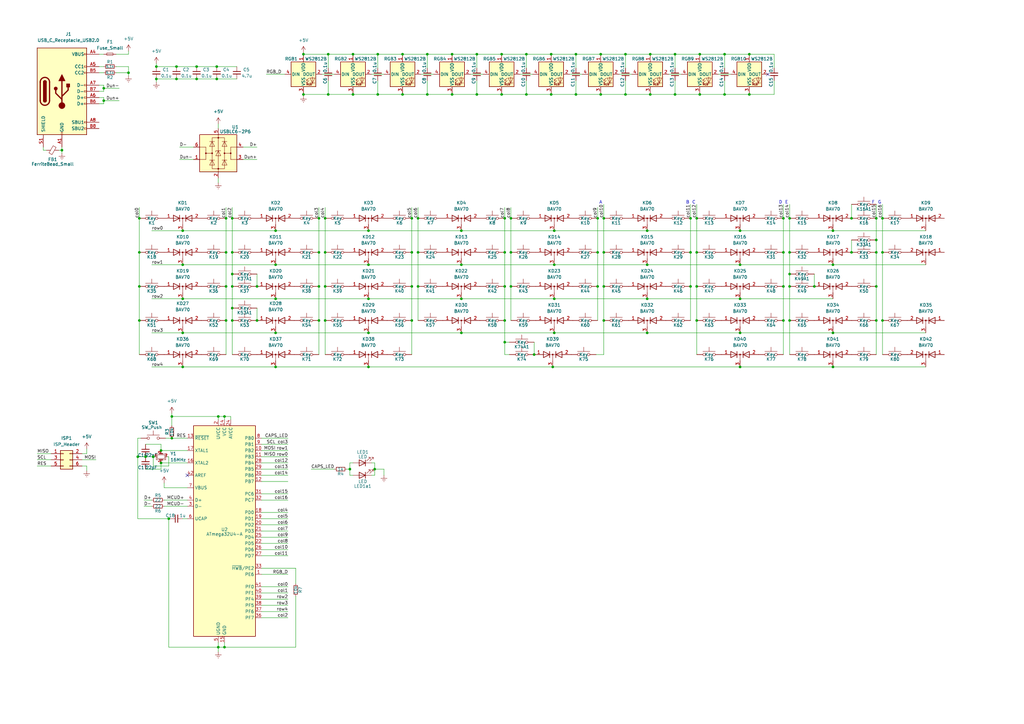
<source format=kicad_sch>
(kicad_sch (version 20211123) (generator eeschema)
  (paper "A3")
  (junction (at 361.95 131.445) (diameter 0.9144))
  (junction (at 168.91 103.505) (diameter 0.9144))
  (junction (at 287.02 38.735) (diameter 0.9144))
  (junction (at 303.53 122.555) (diameter 0.9144))
  (junction (at 227.33 108.585) (diameter 0.9144))
  (junction (at 113.03 150.495) (diameter 0.9144))
  (junction (at 89.535 265.43) (diameter 0.9144))
  (junction (at 143.51 192.405) (diameter 0.9144))
  (junction (at 265.43 136.525) (diameter 0.9144))
  (junction (at 323.85 117.475) (diameter 0.9144))
  (junction (at 92.075 170.815) (diameter 0.9144))
  (junction (at 247.65 103.505) (diameter 0.9144))
  (junction (at 168.91 131.445) (diameter 0.9144))
  (junction (at 226.06 38.735) (diameter 0.9144))
  (junction (at 307.34 38.735) (diameter 0.9144))
  (junction (at 133.35 117.475) (diameter 0.9144))
  (junction (at 57.15 89.535) (diameter 0.9144))
  (junction (at 105.41 117.475) (diameter 0.9144))
  (junction (at 70.485 170.815) (diameter 0.9144))
  (junction (at 323.85 112.395) (diameter 0.9144))
  (junction (at 92.71 117.475) (diameter 0.9144))
  (junction (at 247.65 117.475) (diameter 0.9144))
  (junction (at 265.43 122.555) (diameter 0.9144))
  (junction (at 247.65 131.445) (diameter 0.9144))
  (junction (at 133.35 103.505) (diameter 0.9144))
  (junction (at 349.25 89.535) (diameter 0.9144))
  (junction (at 209.55 103.505) (diameter 0.9144))
  (junction (at 359.41 131.445) (diameter 0.9144))
  (junction (at 95.25 112.395) (diameter 0.9144))
  (junction (at 92.71 131.445) (diameter 0.9144))
  (junction (at 69.215 212.725) (diameter 0.9144))
  (junction (at 171.45 103.505) (diameter 0.9144))
  (junction (at 276.86 22.225) (diameter 0.9144))
  (junction (at 151.13 94.615) (diameter 0.9144))
  (junction (at 95.25 131.445) (diameter 0.9144))
  (junction (at 349.25 103.505) (diameter 0.9144))
  (junction (at 92.075 265.43) (diameter 0.9144))
  (junction (at 92.71 103.505) (diameter 0.9144))
  (junction (at 171.45 117.475) (diameter 0.9144))
  (junction (at 88.9 27.305) (diameter 0.9144))
  (junction (at 74.93 108.585) (diameter 0.9144))
  (junction (at 283.21 89.535) (diameter 0.9144))
  (junction (at 66.04 184.785) (diameter 0.9144))
  (junction (at 57.15 131.445) (diameter 0.9144))
  (junction (at 189.23 122.555) (diameter 0.9144))
  (junction (at 226.695 150.495) (diameter 0.9144))
  (junction (at 321.31 131.445) (diameter 0.9144))
  (junction (at 57.15 117.475) (diameter 0.9144))
  (junction (at 256.54 22.225) (diameter 0.9144))
  (junction (at 341.63 108.585) (diameter 0.9144))
  (junction (at 265.43 108.585) (diameter 0.9144))
  (junction (at 59.69 187.325) (diameter 0.9144))
  (junction (at 297.18 38.735) (diameter 0.9144))
  (junction (at 130.81 89.535) (diameter 0.9144))
  (junction (at 341.63 150.495) (diameter 0.9144))
  (junction (at 89.535 170.815) (diameter 0.9144))
  (junction (at 287.02 22.225) (diameter 0.9144))
  (junction (at 95.25 117.475) (diameter 0.9144))
  (junction (at 303.53 108.585) (diameter 0.9144))
  (junction (at 189.23 94.615) (diameter 0.9144))
  (junction (at 74.93 136.525) (diameter 0.9144))
  (junction (at 303.53 136.525) (diameter 0.9144))
  (junction (at 134.62 22.225) (diameter 0.9144))
  (junction (at 219.075 145.415) (diameter 0.9144))
  (junction (at 321.31 103.505) (diameter 0.9144))
  (junction (at 209.55 117.475) (diameter 0.9144))
  (junction (at 168.91 117.475) (diameter 0.9144))
  (junction (at 209.55 89.535) (diameter 0.9144))
  (junction (at 285.75 117.475) (diameter 0.9144))
  (junction (at 207.01 103.505) (diameter 0.9144))
  (junction (at 359.41 89.535) (diameter 0.9144))
  (junction (at 151.13 122.555) (diameter 0.9144))
  (junction (at 245.11 89.535) (diameter 0.9144))
  (junction (at 334.01 117.475) (diameter 0.9144))
  (junction (at 227.33 122.555) (diameter 0.9144))
  (junction (at 74.93 122.555) (diameter 0.9144))
  (junction (at 133.35 89.535) (diameter 0.9144))
  (junction (at 245.11 103.505) (diameter 0.9144))
  (junction (at 205.74 22.225) (diameter 0.9144))
  (junction (at 341.63 136.525) (diameter 0.9144))
  (junction (at 168.91 89.535) (diameter 0.9144))
  (junction (at 95.25 103.505) (diameter 0.9144))
  (junction (at 285.75 103.505) (diameter 0.9144))
  (junction (at 171.45 89.535) (diameter 0.9144))
  (junction (at 185.42 38.735) (diameter 0.9144))
  (junction (at 124.46 38.735) (diameter 0.9144))
  (junction (at 215.9 38.735) (diameter 0.9144))
  (junction (at 185.42 22.225) (diameter 0.9144))
  (junction (at 95.25 89.535) (diameter 0.9144))
  (junction (at 246.38 38.735) (diameter 0.9144))
  (junction (at 207.01 89.535) (diameter 0.9144))
  (junction (at 207.01 140.335) (diameter 0.9144))
  (junction (at 246.38 22.225) (diameter 0.9144))
  (junction (at 42.545 41.275) (diameter 0.9144))
  (junction (at 105.41 131.445) (diameter 0.9144))
  (junction (at 95.25 126.365) (diameter 0.9144))
  (junction (at 361.95 103.505) (diameter 0.9144))
  (junction (at 124.46 22.225) (diameter 0.9144))
  (junction (at 361.95 89.535) (diameter 0.9144))
  (junction (at 52.705 29.845) (diameter 0.9144))
  (junction (at 153.67 192.405) (diameter 0.9144))
  (junction (at 236.22 38.735) (diameter 0.9144))
  (junction (at 74.93 150.495) (diameter 0.9144))
  (junction (at 307.34 22.225) (diameter 0.9144))
  (junction (at 226.06 22.225) (diameter 0.9144))
  (junction (at 266.7 38.735) (diameter 0.9144))
  (junction (at 323.85 131.445) (diameter 0.9144))
  (junction (at 154.94 22.225) (diameter 0.9144))
  (junction (at 62.865 187.325) (diameter 0.9144))
  (junction (at 25.4 61.595) (diameter 0.9144))
  (junction (at 359.41 117.475) (diameter 0.9144))
  (junction (at 205.74 38.735) (diameter 0.9144))
  (junction (at 303.53 150.495) (diameter 0.9144))
  (junction (at 57.15 103.505) (diameter 0.9144))
  (junction (at 133.35 131.445) (diameter 0.9144))
  (junction (at 283.21 117.475) (diameter 0.9144))
  (junction (at 113.03 122.555) (diameter 0.9144))
  (junction (at 80.645 32.385) (diameter 0.9144))
  (junction (at 195.58 22.225) (diameter 0.9144))
  (junction (at 175.26 38.735) (diameter 0.9144))
  (junction (at 113.03 136.525) (diameter 0.9144))
  (junction (at 189.23 108.585) (diameter 0.9144))
  (junction (at 189.23 136.525) (diameter 0.9144))
  (junction (at 130.81 131.445) (diameter 0.9144))
  (junction (at 151.13 136.525) (diameter 0.9144))
  (junction (at 151.13 108.585) (diameter 0.9144))
  (junction (at 72.39 32.385) (diameter 0.9144))
  (junction (at 88.9 32.385) (diameter 0.9144))
  (junction (at 66.04 189.865) (diameter 0.9144))
  (junction (at 207.01 117.475) (diameter 0.9144))
  (junction (at 207.01 131.445) (diameter 0.9144))
  (junction (at 245.11 117.475) (diameter 0.9144))
  (junction (at 165.1 22.225) (diameter 0.9144))
  (junction (at 285.75 131.445) (diameter 0.9144))
  (junction (at 42.545 36.195) (diameter 0.9144))
  (junction (at 285.75 89.535) (diameter 0.9144))
  (junction (at 134.62 38.735) (diameter 0.9144))
  (junction (at 144.78 38.735) (diameter 0.9144))
  (junction (at 227.33 94.615) (diameter 0.9144))
  (junction (at 92.71 89.535) (diameter 0.9144))
  (junction (at 113.03 108.585) (diameter 0.9144))
  (junction (at 236.22 22.225) (diameter 0.9144))
  (junction (at 144.78 22.225) (diameter 0.9144))
  (junction (at 266.7 22.225) (diameter 0.9144))
  (junction (at 227.33 136.525) (diameter 0.9144))
  (junction (at 56.515 187.325) (diameter 0.9144))
  (junction (at 215.9 22.225) (diameter 0.9144))
  (junction (at 64.135 32.385) (diameter 0.9144))
  (junction (at 283.21 103.505) (diameter 0.9144))
  (junction (at 113.03 94.615) (diameter 0.9144))
  (junction (at 175.26 22.225) (diameter 0.9144))
  (junction (at 359.41 103.505) (diameter 0.9144))
  (junction (at 195.58 38.735) (diameter 0.9144))
  (junction (at 297.18 22.225) (diameter 0.9144))
  (junction (at 323.85 89.535) (diameter 0.9144))
  (junction (at 130.81 117.475) (diameter 0.9144))
  (junction (at 70.485 179.705) (diameter 0.9144))
  (junction (at 341.63 94.615) (diameter 0.9144))
  (junction (at 247.65 89.535) (diameter 0.9144))
  (junction (at 154.94 38.735) (diameter 0.9144))
  (junction (at 321.31 89.535) (diameter 0.9144))
  (junction (at 323.85 103.505) (diameter 0.9144))
  (junction (at 359.41 98.425) (diameter 0.9144))
  (junction (at 151.13 150.495) (diameter 0.9144))
  (junction (at 74.93 94.615) (diameter 0.9144))
  (junction (at 72.39 27.305) (diameter 0.9144))
  (junction (at 130.81 103.505) (diameter 0.9144))
  (junction (at 165.1 38.735) (diameter 0.9144))
  (junction (at 256.54 38.735) (diameter 0.9144))
  (junction (at 321.31 117.475) (diameter 0.9144))
  (junction (at 80.645 27.305) (diameter 0.9144))
  (junction (at 64.135 27.305) (diameter 0.9144))
  (junction (at 276.86 38.735) (diameter 0.9144))
  (junction (at 265.43 94.615) (diameter 0.9144))
  (junction (at 303.53 94.615) (diameter 0.9144))
  (no_connect (at 314.96 30.48))
  (no_connect (at 76.835 194.945))
  (wire (pts (xy 287.02 38.1) (xy 287.02 38.735)))
  (wire (pts (xy 107.315 222.885) (xy 118.11 222.885)))
  (wire (pts (xy 69.215 187.325) (xy 68.58 187.325)))
  (wire (pts (xy 185.42 38.1) (xy 185.42 38.735)))
  (wire (pts (xy 195.58 27.94) (xy 195.58 22.225)))
  (wire (pts (xy 168.91 89.535) (xy 168.91 103.505)))
  (wire (pts (xy 323.85 89.535) (xy 323.85 103.505)))
  (wire (pts (xy 69.215 212.725) (xy 69.85 212.725)))
  (wire (pts (xy 113.03 136.525) (xy 151.13 136.525)))
  (wire (pts (xy 317.5 22.225) (xy 307.34 22.225)))
  (wire (pts (xy 33.655 186.055) (xy 35.56 186.055)))
  (wire (pts (xy 56.515 179.705) (xy 56.515 187.325)))
  (wire (pts (xy 227.33 136.525) (xy 265.43 136.525)))
  (wire (pts (xy 66.04 182.245) (xy 66.04 184.785)))
  (wire (pts (xy 144.78 38.1) (xy 144.78 38.735)))
  (wire (pts (xy 236.22 27.94) (xy 236.22 22.225)))
  (wire (pts (xy 107.315 227.965) (xy 118.11 227.965)))
  (wire (pts (xy 40.64 42.545) (xy 42.545 42.545)))
  (wire (pts (xy 359.41 83.82) (xy 359.41 89.535)))
  (wire (pts (xy 74.93 108.585) (xy 113.03 108.585)))
  (wire (pts (xy 25.4 61.595) (xy 25.4 60.325)))
  (wire (pts (xy 59.69 182.245) (xy 66.04 182.245)))
  (wire (pts (xy 303.53 108.585) (xy 341.63 108.585)))
  (wire (pts (xy 321.31 117.475) (xy 321.31 131.445)))
  (wire (pts (xy 62.865 187.325) (xy 62.865 191.135)))
  (wire (pts (xy 35.56 186.055) (xy 35.56 184.15)))
  (wire (pts (xy 361.95 103.505) (xy 361.95 131.445)))
  (wire (pts (xy 15.24 186.055) (xy 20.955 186.055)))
  (wire (pts (xy 107.315 245.745) (xy 118.11 245.745)))
  (wire (pts (xy 92.075 263.525) (xy 92.075 265.43)))
  (wire (pts (xy 72.39 27.305) (xy 80.645 27.305)))
  (wire (pts (xy 64.135 32.385) (xy 72.39 32.385)))
  (wire (pts (xy 89.535 263.525) (xy 89.535 265.43)))
  (wire (pts (xy 69.215 212.725) (xy 69.215 265.43)))
  (wire (pts (xy 321.31 103.505) (xy 321.31 117.475)))
  (wire (pts (xy 70.485 169.545) (xy 70.485 170.815)))
  (wire (pts (xy 233.68 30.48) (xy 238.76 30.48)))
  (wire (pts (xy 130.81 89.535) (xy 130.81 103.505)))
  (wire (pts (xy 56.515 187.325) (xy 59.69 187.325)))
  (wire (pts (xy 168.91 85.09) (xy 168.91 89.535)))
  (wire (pts (xy 321.31 83.82) (xy 321.31 89.535)))
  (wire (pts (xy 193.04 30.48) (xy 198.12 30.48)))
  (wire (pts (xy 92.71 131.445) (xy 92.71 145.415)))
  (wire (pts (xy 297.18 38.735) (xy 297.18 33.02)))
  (wire (pts (xy 144.78 38.735) (xy 154.94 38.735)))
  (wire (pts (xy 175.26 38.735) (xy 185.42 38.735)))
  (wire (pts (xy 154.94 38.735) (xy 165.1 38.735)))
  (wire (pts (xy 165.1 38.735) (xy 175.26 38.735)))
  (wire (pts (xy 195.58 38.735) (xy 205.74 38.735)))
  (wire (pts (xy 205.74 38.735) (xy 215.9 38.735)))
  (wire (pts (xy 215.9 38.735) (xy 226.06 38.735)))
  (wire (pts (xy 185.42 38.735) (xy 195.58 38.735)))
  (wire (pts (xy 124.46 38.735) (xy 134.62 38.735)))
  (wire (pts (xy 134.62 38.735) (xy 144.78 38.735)))
  (wire (pts (xy 226.06 38.735) (xy 236.22 38.735)))
  (wire (pts (xy 236.22 38.735) (xy 246.38 38.735)))
  (wire (pts (xy 246.38 38.735) (xy 256.54 38.735)))
  (wire (pts (xy 256.54 38.735) (xy 266.7 38.735)))
  (wire (pts (xy 276.86 38.735) (xy 287.02 38.735)))
  (wire (pts (xy 266.7 38.735) (xy 276.86 38.735)))
  (wire (pts (xy 297.18 38.735) (xy 307.34 38.735)))
  (wire (pts (xy 287.02 38.735) (xy 297.18 38.735)))
  (wire (pts (xy 285.75 83.82) (xy 285.75 89.535)))
  (wire (pts (xy 70.485 179.705) (xy 76.835 179.705)))
  (wire (pts (xy 157.48 192.405) (xy 157.48 194.945)))
  (wire (pts (xy 89.535 170.815) (xy 92.075 170.815)))
  (wire (pts (xy 323.85 131.445) (xy 323.85 145.415)))
  (wire (pts (xy 107.315 215.265) (xy 118.11 215.265)))
  (wire (pts (xy 107.315 220.345) (xy 118.11 220.345)))
  (wire (pts (xy 130.81 117.475) (xy 130.81 131.445)))
  (wire (pts (xy 42.545 42.545) (xy 42.545 41.275)))
  (wire (pts (xy 175.26 27.94) (xy 175.26 22.225)))
  (wire (pts (xy 359.41 131.445) (xy 359.41 145.415)))
  (wire (pts (xy 226.06 38.1) (xy 226.06 38.735)))
  (wire (pts (xy 171.45 117.475) (xy 171.45 131.445)))
  (wire (pts (xy 321.31 89.535) (xy 321.31 103.505)))
  (wire (pts (xy 105.41 126.365) (xy 105.41 131.445)))
  (wire (pts (xy 88.9 27.305) (xy 97.155 27.305)))
  (wire (pts (xy 107.315 182.245) (xy 118.11 182.245)))
  (wire (pts (xy 94.615 170.815) (xy 94.615 172.085)))
  (wire (pts (xy 168.91 103.505) (xy 168.91 117.475)))
  (wire (pts (xy 133.35 85.09) (xy 133.35 89.535)))
  (wire (pts (xy 92.075 265.43) (xy 121.285 265.43)))
  (wire (pts (xy 57.15 89.535) (xy 57.15 103.505)))
  (wire (pts (xy 168.91 131.445) (xy 168.91 145.415)))
  (wire (pts (xy 92.075 170.815) (xy 92.075 172.085)))
  (wire (pts (xy 92.71 85.09) (xy 92.71 89.535)))
  (wire (pts (xy 107.315 248.285) (xy 118.11 248.285)))
  (wire (pts (xy 215.9 38.735) (xy 215.9 33.02)))
  (wire (pts (xy 19.05 61.595) (xy 17.78 61.595)))
  (wire (pts (xy 323.85 103.505) (xy 323.85 112.395)))
  (wire (pts (xy 323.85 112.395) (xy 323.85 117.475)))
  (wire (pts (xy 40.64 34.925) (xy 42.545 34.925)))
  (wire (pts (xy 361.95 89.535) (xy 361.95 103.505)))
  (wire (pts (xy 321.31 131.445) (xy 321.31 145.415)))
  (wire (pts (xy 107.315 192.405) (xy 118.11 192.405)))
  (wire (pts (xy 341.63 108.585) (xy 379.73 108.585)))
  (wire (pts (xy 171.45 85.09) (xy 171.45 89.535)))
  (wire (pts (xy 105.41 112.395) (xy 105.41 117.475)))
  (wire (pts (xy 109.22 30.48) (xy 116.84 30.48)))
  (wire (pts (xy 274.32 30.48) (xy 279.4 30.48)))
  (wire (pts (xy 349.25 98.425) (xy 349.25 103.505)))
  (wire (pts (xy 359.41 103.505) (xy 359.41 117.475)))
  (wire (pts (xy 73.66 65.405) (xy 79.375 65.405)))
  (wire (pts (xy 62.23 122.555) (xy 74.93 122.555)))
  (wire (pts (xy 107.315 253.365) (xy 118.11 253.365)))
  (wire (pts (xy 152.4 189.865) (xy 153.67 189.865)))
  (wire (pts (xy 113.03 122.555) (xy 151.13 122.555)))
  (wire (pts (xy 89.535 50.8) (xy 89.535 52.705)))
  (wire (pts (xy 195.58 38.735) (xy 195.58 33.02)))
  (wire (pts (xy 265.43 108.585) (xy 303.53 108.585)))
  (wire (pts (xy 168.91 117.475) (xy 168.91 131.445)))
  (wire (pts (xy 143.51 192.405) (xy 143.51 194.945)))
  (wire (pts (xy 133.35 117.475) (xy 133.35 131.445)))
  (wire (pts (xy 15.24 191.135) (xy 20.955 191.135)))
  (wire (pts (xy 227.33 108.585) (xy 265.43 108.585)))
  (wire (pts (xy 247.65 103.505) (xy 247.65 117.475)))
  (wire (pts (xy 127.635 192.405) (xy 137.16 192.405)))
  (wire (pts (xy 42.545 34.925) (xy 42.545 36.195)))
  (wire (pts (xy 74.93 136.525) (xy 113.03 136.525)))
  (wire (pts (xy 124.46 38.735) (xy 124.46 39.37)))
  (wire (pts (xy 70.485 170.815) (xy 89.535 170.815)))
  (wire (pts (xy 307.34 38.735) (xy 317.5 38.735)))
  (wire (pts (xy 209.55 103.505) (xy 209.55 117.475)))
  (wire (pts (xy 171.45 89.535) (xy 171.45 103.505)))
  (wire (pts (xy 89.535 265.43) (xy 89.535 267.335)))
  (wire (pts (xy 341.63 150.495) (xy 379.73 150.495)))
  (wire (pts (xy 73.66 60.325) (xy 79.375 60.325)))
  (wire (pts (xy 285.75 89.535) (xy 285.75 103.505)))
  (wire (pts (xy 153.67 192.405) (xy 157.48 192.405)))
  (wire (pts (xy 256.54 38.735) (xy 256.54 33.02)))
  (wire (pts (xy 59.055 207.645) (xy 62.23 207.645)))
  (wire (pts (xy 70.485 170.815) (xy 70.485 174.625)))
  (wire (pts (xy 107.315 189.865) (xy 118.11 189.865)))
  (wire (pts (xy 341.63 94.615) (xy 379.73 94.615)))
  (wire (pts (xy 317.5 27.94) (xy 317.5 22.225)))
  (wire (pts (xy 142.24 192.405) (xy 143.51 192.405)))
  (wire (pts (xy 47.625 27.305) (xy 52.705 27.305)))
  (wire (pts (xy 92.71 103.505) (xy 92.71 117.475)))
  (wire (pts (xy 107.315 243.205) (xy 118.11 243.205)))
  (wire (pts (xy 154.94 38.735) (xy 154.94 33.02)))
  (wire (pts (xy 283.21 103.505) (xy 283.21 117.475)))
  (wire (pts (xy 33.655 188.595) (xy 39.37 188.595)))
  (wire (pts (xy 303.53 94.615) (xy 341.63 94.615)))
  (wire (pts (xy 25.4 61.595) (xy 25.4 62.865)))
  (wire (pts (xy 143.51 189.865) (xy 143.51 192.405)))
  (wire (pts (xy 95.25 89.535) (xy 95.25 103.505)))
  (wire (pts (xy 143.51 189.865) (xy 144.78 189.865)))
  (wire (pts (xy 92.71 117.475) (xy 92.71 131.445)))
  (wire (pts (xy 247.65 131.445) (xy 247.65 145.415)))
  (wire (pts (xy 189.23 136.525) (xy 227.33 136.525)))
  (wire (pts (xy 24.13 61.595) (xy 25.4 61.595)))
  (wire (pts (xy 74.93 94.615) (xy 113.03 94.615)))
  (wire (pts (xy 89.535 73.025) (xy 89.535 74.93)))
  (wire (pts (xy 207.01 89.535) (xy 207.01 103.505)))
  (wire (pts (xy 64.135 27.305) (xy 72.39 27.305)))
  (wire (pts (xy 152.4 194.945) (xy 153.67 194.945)))
  (wire (pts (xy 189.23 108.585) (xy 227.33 108.585)))
  (wire (pts (xy 133.35 131.445) (xy 133.35 145.415)))
  (wire (pts (xy 66.04 184.785) (xy 76.835 184.785)))
  (wire (pts (xy 113.03 94.615) (xy 151.13 94.615)))
  (wire (pts (xy 107.315 194.945) (xy 118.11 194.945)))
  (wire (pts (xy 42.545 41.275) (xy 48.895 41.275)))
  (wire (pts (xy 265.43 122.555) (xy 303.53 122.555)))
  (wire (pts (xy 285.75 117.475) (xy 285.75 131.445)))
  (wire (pts (xy 246.38 38.1) (xy 246.38 38.735)))
  (wire (pts (xy 107.315 250.825) (xy 118.11 250.825)))
  (wire (pts (xy 124.46 22.225) (xy 124.46 22.86)))
  (wire (pts (xy 134.62 22.225) (xy 124.46 22.225)))
  (wire (pts (xy 134.62 27.94) (xy 134.62 22.225)))
  (wire (pts (xy 121.285 244.475) (xy 121.285 265.43)))
  (wire (pts (xy 165.1 38.1) (xy 165.1 38.735)))
  (wire (pts (xy 144.78 22.225) (xy 144.78 22.86)))
  (wire (pts (xy 80.645 32.385) (xy 88.9 32.385)))
  (wire (pts (xy 245.11 85.09) (xy 245.11 89.535)))
  (wire (pts (xy 307.34 38.1) (xy 307.34 38.735)))
  (wire (pts (xy 236.22 38.735) (xy 236.22 33.02)))
  (wire (pts (xy 35.56 191.135) (xy 35.56 193.04)))
  (wire (pts (xy 42.545 40.005) (xy 40.64 40.005)))
  (wire (pts (xy 99.695 60.325) (xy 105.41 60.325)))
  (wire (pts (xy 287.02 22.225) (xy 287.02 22.86)))
  (wire (pts (xy 151.13 150.495) (xy 226.695 150.495)))
  (wire (pts (xy 303.53 150.495) (xy 341.63 150.495)))
  (wire (pts (xy 226.695 150.495) (xy 303.53 150.495)))
  (wire (pts (xy 74.93 150.495) (xy 113.03 150.495)))
  (wire (pts (xy 113.03 150.495) (xy 151.13 150.495)))
  (wire (pts (xy 144.78 22.225) (xy 154.94 22.225)))
  (wire (pts (xy 154.94 22.225) (xy 165.1 22.225)))
  (wire (pts (xy 165.1 22.225) (xy 175.26 22.225)))
  (wire (pts (xy 175.26 22.225) (xy 185.42 22.225)))
  (wire (pts (xy 195.58 22.225) (xy 205.74 22.225)))
  (wire (pts (xy 205.74 22.225) (xy 215.9 22.225)))
  (wire (pts (xy 215.9 22.225) (xy 226.06 22.225)))
  (wire (pts (xy 185.42 22.225) (xy 195.58 22.225)))
  (wire (pts (xy 134.62 22.225) (xy 144.78 22.225)))
  (wire (pts (xy 226.06 22.225) (xy 236.22 22.225)))
  (wire (pts (xy 236.22 22.225) (xy 246.38 22.225)))
  (wire (pts (xy 246.38 22.225) (xy 256.54 22.225)))
  (wire (pts (xy 266.7 22.225) (xy 276.86 22.225)))
  (wire (pts (xy 276.86 22.225) (xy 287.02 22.225)))
  (wire (pts (xy 287.02 22.225) (xy 297.18 22.225)))
  (wire (pts (xy 297.18 22.225) (xy 307.34 22.225)))
  (wire (pts (xy 256.54 22.225) (xy 266.7 22.225)))
  (wire (pts (xy 107.315 202.565) (xy 118.11 202.565)))
  (wire (pts (xy 15.24 188.595) (xy 20.955 188.595)))
  (wire (pts (xy 130.81 103.505) (xy 130.81 117.475)))
  (wire (pts (xy 40.64 22.225) (xy 42.545 22.225)))
  (wire (pts (xy 207.01 85.09) (xy 207.01 89.535)))
  (wire (pts (xy 107.315 205.105) (xy 118.11 205.105)))
  (wire (pts (xy 334.01 112.395) (xy 334.01 117.475)))
  (wire (pts (xy 67.31 198.12) (xy 67.31 200.025)))
  (wire (pts (xy 62.865 187.325) (xy 63.5 187.325)))
  (wire (pts (xy 247.65 89.535) (xy 247.65 103.505)))
  (wire (pts (xy 283.21 83.82) (xy 283.21 89.535)))
  (wire (pts (xy 42.545 41.275) (xy 42.545 40.005)))
  (wire (pts (xy 256.54 27.94) (xy 256.54 22.225)))
  (wire (pts (xy 59.69 192.405) (xy 66.04 192.405)))
  (wire (pts (xy 254 30.48) (xy 259.08 30.48)))
  (wire (pts (xy 171.45 103.505) (xy 171.45 117.475)))
  (wire (pts (xy 66.04 192.405) (xy 66.04 189.865)))
  (wire (pts (xy 107.315 233.045) (xy 121.285 233.045)))
  (wire (pts (xy 74.93 122.555) (xy 113.03 122.555)))
  (wire (pts (xy 95.25 117.475) (xy 95.25 126.365)))
  (wire (pts (xy 95.25 126.365) (xy 95.25 131.445)))
  (wire (pts (xy 175.26 38.735) (xy 175.26 33.02)))
  (wire (pts (xy 283.21 89.535) (xy 283.21 103.505)))
  (wire (pts (xy 95.25 85.09) (xy 95.25 89.535)))
  (wire (pts (xy 62.23 94.615) (xy 74.93 94.615)))
  (wire (pts (xy 283.21 117.475) (xy 283.21 131.445)))
  (wire (pts (xy 207.01 140.335) (xy 207.01 145.415)))
  (wire (pts (xy 207.01 131.445) (xy 207.01 140.335)))
  (wire (pts (xy 74.93 212.725) (xy 76.835 212.725)))
  (wire (pts (xy 57.785 179.705) (xy 56.515 179.705)))
  (wire (pts (xy 67.945 179.705) (xy 70.485 179.705)))
  (wire (pts (xy 151.13 136.525) (xy 189.23 136.525)))
  (wire (pts (xy 276.86 27.94) (xy 276.86 22.225)))
  (wire (pts (xy 185.42 22.225) (xy 185.42 22.86)))
  (wire (pts (xy 67.31 207.645) (xy 76.835 207.645)))
  (wire (pts (xy 276.86 38.735) (xy 276.86 33.02)))
  (wire (pts (xy 52.705 29.845) (xy 52.705 31.115)))
  (wire (pts (xy 40.64 27.305) (xy 42.545 27.305)))
  (wire (pts (xy 107.315 210.185) (xy 118.11 210.185)))
  (wire (pts (xy 56.515 187.325) (xy 56.515 212.725)))
  (wire (pts (xy 245.11 103.505) (xy 245.11 117.475)))
  (wire (pts (xy 67.31 205.105) (xy 76.835 205.105)))
  (wire (pts (xy 151.13 108.585) (xy 189.23 108.585)))
  (wire (pts (xy 266.7 22.225) (xy 266.7 22.86)))
  (wire (pts (xy 107.315 187.325) (xy 118.11 187.325)))
  (wire (pts (xy 207.01 140.335) (xy 208.915 140.335)))
  (wire (pts (xy 266.7 38.1) (xy 266.7 38.735)))
  (wire (pts (xy 107.315 225.425) (xy 118.11 225.425)))
  (wire (pts (xy 107.315 217.805) (xy 118.11 217.805)))
  (wire (pts (xy 207.01 145.415) (xy 208.915 145.415)))
  (wire (pts (xy 69.215 191.135) (xy 69.215 187.325)))
  (wire (pts (xy 153.67 189.865) (xy 153.67 192.405)))
  (wire (pts (xy 219.075 140.335) (xy 219.075 145.415)))
  (wire (pts (xy 33.655 191.135) (xy 35.56 191.135)))
  (wire (pts (xy 244.475 145.415) (xy 247.65 145.415)))
  (wire (pts (xy 121.285 233.045) (xy 121.285 239.395)))
  (wire (pts (xy 17.78 61.595) (xy 17.78 60.325)))
  (wire (pts (xy 265.43 94.615) (xy 303.53 94.615)))
  (wire (pts (xy 285.75 103.505) (xy 285.75 117.475)))
  (wire (pts (xy 349.25 83.82) (xy 349.25 89.535)))
  (wire (pts (xy 52.705 27.305) (xy 52.705 29.845)))
  (wire (pts (xy 165.1 22.225) (xy 165.1 22.86)))
  (wire (pts (xy 226.06 22.225) (xy 226.06 22.86)))
  (wire (pts (xy 133.35 103.505) (xy 133.35 117.475)))
  (wire (pts (xy 57.15 103.505) (xy 57.15 117.475)))
  (wire (pts (xy 172.72 30.48) (xy 177.8 30.48)))
  (wire (pts (xy 133.35 89.535) (xy 133.35 103.505)))
  (wire (pts (xy 207.01 103.505) (xy 207.01 117.475)))
  (wire (pts (xy 89.535 265.43) (xy 92.075 265.43)))
  (wire (pts (xy 89.535 170.815) (xy 89.535 172.085)))
  (wire (pts (xy 152.4 30.48) (xy 157.48 30.48)))
  (wire (pts (xy 47.625 22.225) (xy 52.705 22.225)))
  (wire (pts (xy 107.315 184.785) (xy 118.11 184.785)))
  (wire (pts (xy 52.705 22.225) (xy 52.705 20.955)))
  (wire (pts (xy 209.55 89.535) (xy 209.55 103.505)))
  (wire (pts (xy 189.23 122.555) (xy 227.33 122.555)))
  (wire (pts (xy 107.315 179.705) (xy 118.11 179.705)))
  (wire (pts (xy 341.63 136.525) (xy 379.73 136.525)))
  (wire (pts (xy 130.81 131.445) (xy 130.81 145.415)))
  (wire (pts (xy 213.36 30.48) (xy 218.44 30.48)))
  (wire (pts (xy 205.74 38.1) (xy 205.74 38.735)))
  (wire (pts (xy 124.46 38.1) (xy 124.46 38.735)))
  (wire (pts (xy 134.62 38.735) (xy 134.62 33.02)))
  (wire (pts (xy 59.055 205.105) (xy 62.23 205.105)))
  (wire (pts (xy 207.01 117.475) (xy 207.01 131.445)))
  (wire (pts (xy 205.74 22.225) (xy 205.74 22.86)))
  (wire (pts (xy 95.25 103.505) (xy 95.25 112.395)))
  (wire (pts (xy 95.25 112.395) (xy 95.25 117.475)))
  (wire (pts (xy 294.64 30.48) (xy 299.72 30.48)))
  (wire (pts (xy 64.135 32.385) (xy 64.135 33.655)))
  (wire (pts (xy 40.64 29.845) (xy 42.545 29.845)))
  (wire (pts (xy 361.95 83.82) (xy 361.95 89.535)))
  (wire (pts (xy 99.695 65.405) (xy 105.41 65.405)))
  (wire (pts (xy 151.13 94.615) (xy 189.23 94.615)))
  (wire (pts (xy 143.51 194.945) (xy 144.78 194.945)))
  (wire (pts (xy 227.33 94.615) (xy 265.43 94.615)))
  (wire (pts (xy 62.23 136.525) (xy 74.93 136.525)))
  (wire (pts (xy 62.865 191.135) (xy 69.215 191.135)))
  (wire (pts (xy 153.67 194.945) (xy 153.67 192.405)))
  (wire (pts (xy 59.69 187.325) (xy 62.865 187.325)))
  (wire (pts (xy 361.95 131.445) (xy 361.95 145.415)))
  (wire (pts (xy 42.545 37.465) (xy 42.545 36.195)))
  (wire (pts (xy 303.53 136.525) (xy 341.63 136.525)))
  (wire (pts (xy 124.46 21.59) (xy 124.46 22.225)))
  (wire (pts (xy 72.39 32.385) (xy 80.645 32.385)))
  (wire (pts (xy 62.23 108.585) (xy 74.93 108.585)))
  (wire (pts (xy 92.075 170.815) (xy 94.615 170.815)))
  (wire (pts (xy 107.315 212.725) (xy 118.11 212.725)))
  (wire (pts (xy 57.15 85.09) (xy 57.15 89.535)))
  (wire (pts (xy 69.215 265.43) (xy 89.535 265.43)))
  (wire (pts (xy 359.41 117.475) (xy 359.41 131.445)))
  (wire (pts (xy 66.04 189.865) (xy 76.835 189.865)))
  (wire (pts (xy 57.15 117.475) (xy 57.15 131.445)))
  (wire (pts (xy 317.5 38.735) (xy 317.5 33.02)))
  (wire (pts (xy 209.55 117.475) (xy 209.55 131.445)))
  (wire (pts (xy 40.64 37.465) (xy 42.545 37.465)))
  (wire (pts (xy 107.315 197.485) (xy 118.11 197.485)))
  (wire (pts (xy 95.25 131.445) (xy 95.25 145.415)))
  (wire (pts (xy 209.55 85.09) (xy 209.55 89.535)))
  (wire (pts (xy 113.03 108.585) (xy 151.13 108.585)))
  (wire (pts (xy 56.515 212.725) (xy 69.215 212.725)))
  (wire (pts (xy 64.135 26.035) (xy 64.135 27.305)))
  (wire (pts (xy 92.71 89.535) (xy 92.71 103.505)))
  (wire (pts (xy 62.23 150.495) (xy 74.93 150.495)))
  (wire (pts (xy 307.34 22.225) (xy 307.34 22.86)))
  (wire (pts (xy 359.41 89.535) (xy 359.41 98.425)))
  (wire (pts (xy 359.41 98.425) (xy 359.41 103.505)))
  (wire (pts (xy 297.18 27.94) (xy 297.18 22.225)))
  (wire (pts (xy 67.31 200.025) (xy 76.835 200.025)))
  (wire (pts (xy 47.625 29.845) (xy 52.705 29.845)))
  (wire (pts (xy 215.9 27.94) (xy 215.9 22.225)))
  (wire (pts (xy 246.38 22.225) (xy 246.38 22.86)))
  (wire (pts (xy 265.43 136.525) (xy 303.53 136.525)))
  (wire (pts (xy 189.23 94.615) (xy 227.33 94.615)))
  (wire (pts (xy 132.08 30.48) (xy 137.16 30.48)))
  (wire (pts (xy 247.65 83.82) (xy 247.65 89.535)))
  (wire (pts (xy 88.9 32.385) (xy 97.155 32.385)))
  (wire (pts (xy 247.65 117.475) (xy 247.65 131.445)))
  (wire (pts (xy 245.11 89.535) (xy 245.11 103.505)))
  (wire (pts (xy 323.85 117.475) (xy 323.85 131.445)))
  (wire (pts (xy 285.75 131.445) (xy 285.75 145.415)))
  (wire (pts (xy 107.315 240.665) (xy 118.11 240.665)))
  (wire (pts (xy 303.53 122.555) (xy 341.63 122.555)))
  (wire (pts (xy 42.545 36.195) (xy 48.895 36.195)))
  (wire (pts (xy 151.13 122.555) (xy 189.23 122.555)))
  (wire (pts (xy 80.645 27.305) (xy 88.9 27.305)))
  (wire (pts (xy 107.315 235.585) (xy 118.11 235.585)))
  (wire (pts (xy 227.33 122.555) (xy 265.43 122.555)))
  (wire (pts (xy 323.85 83.82) (xy 323.85 89.535)))
  (wire (pts (xy 154.94 27.94) (xy 154.94 22.225)))
  (wire (pts (xy 245.11 117.475) (xy 245.11 131.445)))
  (wire (pts (xy 57.15 131.445) (xy 57.15 145.415)))
  (wire (pts (xy 130.81 85.09) (xy 130.81 89.535)))
  (text "D" (at 319.405 83.82 0) (effects (font (size 1.27 1.27)) (justify left bottom)))
  (text "B" (at 281.305 83.82 0) (effects (font (size 1.27 1.27)) (justify left bottom)))
  (text "F" (at 357.505 83.82 0) (effects (font (size 1.27 1.27)) (justify left bottom)))
  (text "G\n" (at 360.045 83.82 0) (effects (font (size 1.27 1.27)) (justify left bottom)))
  (text "A" (at 245.745 83.82 0) (effects (font (size 1.27 1.27)) (justify left bottom)))
  (text "E" (at 321.945 83.82 0) (effects (font (size 1.27 1.27)) (justify left bottom)))
  (text "C" (at 283.845 83.82 0) (effects (font (size 1.27 1.27)) (justify left bottom)))
  (label "col11" (at 283.21 83.82 270))
  (label "col9" (at 245.11 85.09 270))
  (label "D-" (at 59.055 207.645 0))
  (label "row2" (at 118.11 245.745 180))
  (label "MCUD-" (at 75.565 207.645 180))
  (label "col10" (at 247.65 83.82 270))
  (label "Dun+" (at 105.41 65.405 180))
  (label "Dun+" (at 48.895 41.275 180))
  (label "col14" (at 323.85 83.82 270))
  (label "col14" (at 118.11 194.945 180))
  (label "row2" (at 62.23 122.555 0))
  (label "MOSI" (at 39.37 188.595 180))
  (label "col13" (at 118.11 192.405 180))
  (label "row0" (at 62.23 94.615 0))
  (label "col10" (at 118.11 225.425 180))
  (label "row1" (at 118.11 184.785 180))
  (label "col3" (at 130.81 85.09 270))
  (label "row4" (at 118.11 250.825 180))
  (label "SCL" (at 15.24 188.595 0))
  (label "MOSI" (at 113.03 184.785 180))
  (label "MISO" (at 113.03 187.325 180))
  (label "D+" (at 59.055 205.105 0))
  (label "col15" (at 118.11 202.565 180))
  (label "col2" (at 118.11 253.365 180))
  (label "MISO" (at 15.24 186.055 0))
  (label "row0" (at 118.11 187.325 180))
  (label "D-" (at 73.66 60.325 0))
  (label "col0" (at 118.11 240.665 180))
  (label "col3" (at 118.11 182.245 180))
  (label "row3" (at 118.11 248.285 180))
  (label "CAPS_LED" (at 127.635 192.405 0))
  (label "SCL" (at 113.03 182.245 180))
  (label "col15" (at 359.41 83.82 270))
  (label "col12" (at 285.75 83.82 270))
  (label "col13" (at 321.31 83.82 270))
  (label "col4" (at 133.35 85.09 270))
  (label "RGB_D" (at 118.11 235.585 180))
  (label "col4" (at 118.11 210.185 180))
  (label "col12" (at 118.11 189.865 180))
  (label "col5" (at 168.91 85.09 270))
  (label "col1" (at 92.71 85.09 270))
  (label "RES" (at 15.24 191.135 0))
  (label "col6" (at 171.45 85.09 270))
  (label "row4" (at 62.23 150.495 0))
  (label "col16" (at 361.95 83.82 270))
  (label "RES" (at 72.39 179.705 0))
  (label "col8" (at 118.11 222.885 180))
  (label "MCUD+" (at 75.565 205.105 180))
  (label "col2" (at 95.25 85.09 270))
  (label "CAPS_LED" (at 118.11 179.705 180))
  (label "col1" (at 118.11 243.205 180))
  (label "row1" (at 62.23 108.585 0))
  (label "Dun-" (at 48.895 36.195 180))
  (label "col7" (at 118.11 217.805 180))
  (label "col16" (at 118.11 205.105 180))
  (label "Dun-" (at 73.66 65.405 0))
  (label "RGB_D" (at 109.22 30.48 0))
  (label "col7" (at 207.01 85.09 270))
  (label "D+" (at 105.41 60.325 180))
  (label "col11" (at 118.11 227.965 180))
  (label "col6" (at 118.11 215.265 180))
  (label "col0" (at 57.15 85.09 270))
  (label "col9" (at 118.11 220.345 180))
  (label "col8" (at 209.55 85.09 270))
  (label "col5" (at 118.11 212.725 180))
  (label "row3" (at 62.23 136.525 0))
  (symbol (lib_id "Switch:SW_Push") (at 163.83 89.535 0) (mirror y) (unit 1)
    (property "Reference" "K6" (at 163.83 91.44 0))
    (property "Value" "Key" (at 163.83 89.535 0))
    (property "Footprint" "keyboard_parts:SW_Cherry_MX_1.00u_PCB" (effects hide))
  )
  (symbol (lib_id "Diode:BAV70") (at 341.63 89.535 0) (unit 1)
    (property "Reference" "KD8" (at 341.63 83.185 0))
    (property "Value" "BAV70" (at 341.63 85.725 0))
    (property "Footprint" "Package_TO_SOT_SMD:SOT-23" (effects hide))
    (property "Datasheet" "https://assets.nexperia.com/documents/data-sheet/BAV70_SER.pdf" (effects hide))
  )
  (symbol (lib_id "Switch:SW_Push") (at 290.83 131.445 0) (mirror y) (unit 1)
    (property "Reference" "K63" (at 290.83 133.35 0))
    (property "Value" "Key" (at 290.83 131.445 0))
    (property "Footprint" "keyboard_parts:SW_Cherry_MX_1.00u_PCB" (effects hide))
  )
  (symbol (lib_id "Switch:SW_Push") (at 354.33 145.415 0) (mirror y) (unit 1)
    (property "Reference" "K79" (at 354.33 147.32 0))
    (property "Value" "Key" (at 354.33 145.415 0))
    (property "Footprint" "keyboard_parts:SW_Cherry_MX_1.00u_PCB" (effects hide))
  )
  (symbol (lib_id "Device:C_Small") (at 80.645 29.845 0) (unit 1)
    (property "Reference" "C3" (at 83.185 28.5749 0) (effects (justify left)))
    (property "Value" "0.1u" (at 82.55 31.1149 0) (effects (justify left)))
    (property "Footprint" "Capacitor_SMD:C_0603_1608Metric" (effects hide))
  )
  (symbol (lib_id "Device:C_Small") (at 64.135 29.845 0) (unit 1)
    (property "Reference" "C1" (at 66.675 28.5749 0) (effects (justify left)))
    (property "Value" "0.1u" (at 66.04 31.1149 0) (effects (justify left)))
    (property "Footprint" "Capacitor_SMD:C_0603_1608Metric" (effects hide))
  )
  (symbol (lib_id "Device:LED") (at 148.59 194.945 180) (unit 1)
    (property "Reference" "LED1a1" (at 148.7805 199.39 0))
    (property "Value" "LED" (at 148.7805 197.485 0))
    (property "Footprint" "Connector_PinSocket_2.54mm:PinSocket_2x01_P2.54mm_Vertical" (effects hide))
  )
  (symbol (lib_id "Switch:SW_Push") (at 354.33 83.82 0) (mirror y) (unit 1)
    (property "Reference" "K16A1" (at 354.33 85.725 0))
    (property "Value" "Key" (at 354.33 83.82 0))
    (property "Footprint" "keyboard_parts:SW_Cherry_MX_1.00u_PCB" (effects hide))
  )
  (symbol (lib_id "Switch:SW_Push") (at 163.83 131.445 0) (mirror y) (unit 1)
    (property "Reference" "K56" (at 163.83 133.35 0))
    (property "Value" "Key" (at 163.83 131.445 0))
    (property "Footprint" "keyboard_parts:SW_Cherry_MX_1.00u_PCB" (effects hide))
  )
  (symbol (lib_id "LED:WS2812B") (at 144.78 30.48 0) (unit 1)
    (property "Reference" "RGB2" (at 137.16 24.1299 0) (effects (justify left)))
    (property "Value" "WS2812B" (at 145.415 24.1299 0) (effects (justify left)))
    (property "Footprint" "LED_SMD:LED_WS2812B_PLCC4_5.0x5.0mm_P3.2mm" (effects hide))
    (property "Datasheet" "https://cdn-shop.adafruit.com/datasheets/WS2812B.pdf" (effects hide))
  )
  (symbol (lib_id "Switch:SW_Push") (at 290.83 117.475 0) (mirror y) (unit 1)
    (property "Reference" "K47" (at 290.83 119.38 0))
    (property "Value" "Key" (at 290.83 117.475 0))
    (property "Footprint" "keyboard_parts:SW_Cherry_MX_1.00u_PCB" (effects hide))
  )
  (symbol (lib_id "Switch:SW_Push") (at 125.73 145.415 0) (mirror y) (unit 1)
    (property "Reference" "K71" (at 125.73 147.32 0))
    (property "Value" "Key" (at 125.73 145.415 0))
    (property "Footprint" "keyboard_parts:SW_Cherry_MX_1.00u_PCB" (effects hide))
  )
  (symbol (lib_id "Device:FerriteBead_Small") (at 21.59 61.595 90) (unit 1)
    (property "Reference" "FB1" (at 21.59 65.405 90))
    (property "Value" "FerriteBead_Small" (at 21.59 67.31 90))
    (property "Footprint" "Inductor_SMD:L_0805_2012Metric" (effects hide))
  )
  (symbol (lib_id "Switch:SW_Push") (at 354.33 103.505 0) (mirror y) (unit 1)
    (property "Reference" "K33" (at 354.33 105.41 0))
    (property "Value" "Key" (at 354.33 103.505 0))
    (property "Footprint" "keyboard_parts:SW_Cherry_MX_1.00u_PCB" (effects hide))
  )
  (symbol (lib_id "Device:R_Small") (at 70.485 177.165 0) (unit 1)
    (property "Reference" "R3" (at 68.58 178.4349 90) (effects (justify left)))
    (property "Value" "10k" (at 70.485 179.0699 90) (effects (justify left)))
    (property "Footprint" "Resistor_SMD:R_0603_1608Metric" (effects hide))
  )
  (symbol (lib_id "LED:WS2812B") (at 226.06 30.48 0) (unit 1)
    (property "Reference" "RGB6" (at 218.44 24.1299 0) (effects (justify left)))
    (property "Value" "WS2812B" (at 226.695 24.1299 0) (effects (justify left)))
    (property "Footprint" "LED_SMD:LED_WS2812B_PLCC4_5.0x5.0mm_P3.2mm" (effects hide))
    (property "Datasheet" "https://cdn-shop.adafruit.com/datasheets/WS2812B.pdf" (effects hide))
  )
  (symbol (lib_id "Switch:SW_Push") (at 87.63 145.415 0) (mirror y) (unit 1)
    (property "Reference" "K69" (at 87.63 147.32 0))
    (property "Value" "Key" (at 87.63 145.415 0))
    (property "Footprint" "keyboard_parts:SW_Cherry_MX_1.00u_PCB" (effects hide))
  )
  (symbol (lib_id "Device:C_Small") (at 97.155 29.845 0) (unit 1)
    (property "Reference" "C5" (at 99.695 28.5749 0) (effects (justify left)))
    (property "Value" "4.7u" (at 99.06 31.1149 0) (effects (justify left)))
    (property "Footprint" "Capacitor_SMD:C_0603_1608Metric" (effects hide))
  )
  (symbol (lib_id "Switch:SW_Push") (at 100.33 145.415 0) (mirror y) (unit 1)
    (property "Reference" "K70" (at 100.33 147.32 0))
    (property "Value" "Key" (at 100.33 145.415 0))
    (property "Footprint" "keyboard_parts:SW_Cherry_MX_1.00u_PCB" (effects hide))
  )
  (symbol (lib_id "Device:C_Small") (at 256.54 30.48 0) (mirror x) (unit 1)
    (property "Reference" "C12" (at 255.27 31.7501 90) (effects (justify left)))
    (property "Value" "0.1u" (at 255.27 25.4001 90) (effects (justify left)))
    (property "Footprint" "Capacitor_SMD:C_0603_1608Metric" (effects hide))
  )
  (symbol (lib_id "Switch:SW_Push") (at 214.63 89.535 0) (mirror y) (unit 1)
    (property "Reference" "K9" (at 214.63 91.44 0))
    (property "Value" "Key" (at 214.63 89.535 0))
    (property "Footprint" "keyboard_parts:SW_Cherry_MX_1.00u_PCB" (effects hide))
  )
  (symbol (lib_id "Device:R_Small") (at 45.085 27.305 90) (unit 1)
    (property "Reference" "R1" (at 45.085 25.4 90))
    (property "Value" "5.1k" (at 45.085 27.305 90) (effects (font (size 1 1))))
    (property "Footprint" "Resistor_SMD:R_0603_1608Metric" (effects hide))
  )
  (symbol (lib_id "Switch:SW_Push") (at 201.93 131.445 0) (mirror y) (unit 1)
    (property "Reference" "K58" (at 201.93 133.35 0))
    (property "Value" "Key" (at 201.93 131.445 0))
    (property "Footprint" "keyboard_parts:SW_Cherry_MX_1.00u_PCB" (effects hide))
  )
  (symbol (lib_id "LED:WS2812B") (at 205.74 30.48 0) (unit 1)
    (property "Reference" "RGB5" (at 198.12 24.1299 0) (effects (justify left)))
    (property "Value" "WS2812B" (at 206.375 24.1299 0) (effects (justify left)))
    (property "Footprint" "LED_SMD:LED_WS2812B_PLCC4_5.0x5.0mm_P3.2mm" (effects hide))
    (property "Datasheet" "https://cdn-shop.adafruit.com/datasheets/WS2812B.pdf" (effects hide))
  )
  (symbol (lib_id "Switch:SW_Push") (at 201.93 117.475 0) (mirror y) (unit 1)
    (property "Reference" "K42" (at 201.93 119.38 0))
    (property "Value" "Key" (at 201.93 117.475 0))
    (property "Footprint" "keyboard_parts:SW_Cherry_MX_1.00u_PCB" (effects hide))
  )
  (symbol (lib_id "Switch:SW_Push") (at 278.13 117.475 0) (mirror y) (unit 1)
    (property "Reference" "K46" (at 278.13 119.38 0))
    (property "Value" "Key" (at 278.13 117.475 0))
    (property "Footprint" "keyboard_parts:SW_Cherry_MX_1.00u_PCB" (effects hide))
  )
  (symbol (lib_id "power:+5V") (at 70.485 169.545 0) (unit 1)
    (property "Reference" "#PWR010" (effects hide))
    (property "Value" "+5V" (at 70.485 164.465 0))
  )
  (symbol (lib_id "Switch:SW_Push") (at 214.63 131.445 0) (mirror y) (unit 1)
    (property "Reference" "K59" (at 214.63 133.35 0))
    (property "Value" "Key" (at 214.63 131.445 0))
    (property "Footprint" "keyboard_parts:SW_Cherry_MX_1.00u_PCB" (effects hide))
  )
  (symbol (lib_id "Diode:BAV70") (at 303.53 131.445 0) (unit 1)
    (property "Reference" "KD33" (at 303.53 125.095 0))
    (property "Value" "BAV70" (at 303.53 127.635 0))
    (property "Footprint" "Package_TO_SOT_SMD:SOT-23" (effects hide))
    (property "Datasheet" "https://assets.nexperia.com/documents/data-sheet/BAV70_SER.pdf" (effects hide))
  )
  (symbol (lib_id "Diode:BAV70") (at 113.03 89.535 0) (unit 1)
    (property "Reference" "KD2" (at 113.03 83.185 0))
    (property "Value" "BAV70" (at 113.03 85.725 0))
    (property "Footprint" "Package_TO_SOT_SMD:SOT-23" (effects hide))
    (property "Datasheet" "https://assets.nexperia.com/documents/data-sheet/BAV70_SER.pdf" (effects hide))
  )
  (symbol (lib_id "Diode:BAV70") (at 303.53 145.415 0) (unit 1)
    (property "Reference" "KD40" (at 303.53 139.065 0))
    (property "Value" "BAV70" (at 303.53 141.605 0))
    (property "Footprint" "Package_TO_SOT_SMD:SOT-23" (effects hide))
    (property "Datasheet" "https://assets.nexperia.com/documents/data-sheet/BAV70_SER.pdf" (effects hide))
  )
  (symbol (lib_id "Diode:BAV70") (at 227.33 117.475 0) (unit 1)
    (property "Reference" "KD23" (at 227.33 111.125 0))
    (property "Value" "BAV70" (at 227.33 113.665 0))
    (property "Footprint" "Package_TO_SOT_SMD:SOT-23" (effects hide))
    (property "Datasheet" "https://assets.nexperia.com/documents/data-sheet/BAV70_SER.pdf" (effects hide))
  )
  (symbol (lib_id "LED:WS2812B") (at 165.1 30.48 0) (unit 1)
    (property "Reference" "RGB3" (at 157.48 24.1299 0) (effects (justify left)))
    (property "Value" "WS2812B" (at 165.735 24.1299 0) (effects (justify left)))
    (property "Footprint" "LED_SMD:LED_WS2812B_PLCC4_5.0x5.0mm_P3.2mm" (effects hide))
    (property "Datasheet" "https://cdn-shop.adafruit.com/datasheets/WS2812B.pdf" (effects hide))
  )
  (symbol (lib_id "power:+5V") (at 64.135 26.035 0) (unit 1)
    (property "Reference" "#PWR03" (effects hide))
    (property "Value" "+5V" (at 64.135 20.955 0))
  )
  (symbol (lib_id "Switch:SW_Push") (at 100.33 89.535 0) (mirror y) (unit 1)
    (property "Reference" "K3" (at 100.33 91.44 0))
    (property "Value" "Key" (at 100.33 89.535 0))
    (property "Footprint" "keyboard_parts:SW_Cherry_MX_1.00u_PCB" (effects hide))
  )
  (symbol (lib_id "Switch:SW_Push") (at 62.23 89.535 0) (mirror y) (unit 1)
    (property "Reference" "K1" (at 62.23 91.44 0))
    (property "Value" "Key" (at 62.23 89.535 0))
    (property "Footprint" "keyboard_parts:SW_Cherry_MX_1.00u_PCB" (effects hide))
  )
  (symbol (lib_id "Diode:BAV70") (at 74.93 103.505 0) (unit 1)
    (property "Reference" "KD10" (at 74.93 97.155 0))
    (property "Value" "BAV70" (at 74.93 99.695 0))
    (property "Footprint" "Package_TO_SOT_SMD:SOT-23" (effects hide))
    (property "Datasheet" "https://assets.nexperia.com/documents/data-sheet/BAV70_SER.pdf" (effects hide))
  )
  (symbol (lib_id "Diode:BAV70") (at 341.63 145.415 0) (unit 1)
    (property "Reference" "KD41" (at 341.63 139.065 0))
    (property "Value" "BAV70" (at 341.63 141.605 0))
    (property "Footprint" "Package_TO_SOT_SMD:SOT-23" (effects hide))
    (property "Datasheet" "https://assets.nexperia.com/documents/data-sheet/BAV70_SER.pdf" (effects hide))
  )
  (symbol (lib_id "Switch:SW_Push") (at 316.23 103.505 0) (mirror y) (unit 1)
    (property "Reference" "K31" (at 316.23 105.41 0))
    (property "Value" "Key" (at 316.23 103.505 0))
    (property "Footprint" "keyboard_parts:SW_Cherry_MX_1.00u_PCB" (effects hide))
  )
  (symbol (lib_id "Switch:SW_Push") (at 252.73 89.535 0) (mirror y) (unit 1)
    (property "Reference" "K11" (at 252.73 91.44 0))
    (property "Value" "Key" (at 252.73 89.535 0))
    (property "Footprint" "keyboard_parts:SW_Cherry_MX_1.00u_PCB" (effects hide))
  )
  (symbol (lib_id "Switch:SW_Push") (at 328.93 89.535 0) (mirror y) (unit 1)
    (property "Reference" "K15" (at 328.93 91.44 0))
    (property "Value" "Key" (at 328.93 89.535 0))
    (property "Footprint" "keyboard_parts:SW_Cherry_MX_1.00u_PCB" (effects hide))
  )
  (symbol (lib_id "Switch:SW_Push") (at 87.63 103.505 0) (mirror y) (unit 1)
    (property "Reference" "K19" (at 87.63 105.41 0))
    (property "Value" "Key" (at 87.63 103.505 0))
    (property "Footprint" "keyboard_parts:SW_Cherry_MX_1.00u_PCB" (effects hide))
  )
  (symbol (lib_id "Switch:SW_Push") (at 87.63 131.445 0) (mirror y) (unit 1)
    (property "Reference" "K52" (at 87.63 133.35 0))
    (property "Value" "Key" (at 87.63 131.445 0))
    (property "Footprint" "keyboard_parts:SW_Cherry_MX_1.00u_PCB" (effects hide))
  )
  (symbol (lib_id "power:+5V") (at 67.31 198.12 0) (unit 1)
    (property "Reference" "#PWR014" (effects hide))
    (property "Value" "+5V" (at 67.31 193.04 0))
  )
  (symbol (lib_id "LED:WS2812B") (at 185.42 30.48 0) (unit 1)
    (property "Reference" "RGB4" (at 177.8 24.1299 0) (effects (justify left)))
    (property "Value" "WS2812B" (at 186.055 24.1299 0) (effects (justify left)))
    (property "Footprint" "LED_SMD:LED_WS2812B_PLCC4_5.0x5.0mm_P3.2mm" (effects hide))
    (property "Datasheet" "https://cdn-shop.adafruit.com/datasheets/WS2812B.pdf" (effects hide))
  )
  (symbol (lib_id "Device:Fuse_Small") (at 45.085 22.225 0) (unit 1)
    (property "Reference" "F1" (at 45.085 17.145 0))
    (property "Value" "Fuse_Small" (at 45.085 19.685 0))
    (property "Footprint" "Fuse:Fuse_0805_2012Metric" (effects hide))
  )
  (symbol (lib_id "Diode:BAV70") (at 113.03 103.505 0) (unit 1)
    (property "Reference" "KD11" (at 113.03 97.155 0))
    (property "Value" "BAV70" (at 113.03 99.695 0))
    (property "Footprint" "Package_TO_SOT_SMD:SOT-23" (effects hide))
    (property "Datasheet" "https://assets.nexperia.com/documents/data-sheet/BAV70_SER.pdf" (effects hide))
  )
  (symbol (lib_id "Switch:SW_Push") (at 87.63 117.475 0) (mirror y) (unit 1)
    (property "Reference" "K36" (at 87.63 119.38 0))
    (property "Value" "Key" (at 87.63 117.475 0))
    (property "Footprint" "keyboard_parts:SW_Cherry_MX_1.00u_PCB" (effects hide))
  )
  (symbol (lib_id "Switch:SW_Push") (at 100.33 103.505 0) (mirror y) (unit 1)
    (property "Reference" "K20" (at 100.33 105.41 0))
    (property "Value" "Key" (at 100.33 103.505 0))
    (property "Footprint" "keyboard_parts:SW_Cherry_MX_1.50u_PCB" (effects hide))
  )
  (symbol (lib_id "Diode:BAV70") (at 151.13 103.505 0) (unit 1)
    (property "Reference" "KD12" (at 151.13 97.155 0))
    (property "Value" "BAV70" (at 151.13 99.695 0))
    (property "Footprint" "Package_TO_SOT_SMD:SOT-23" (effects hide))
    (property "Datasheet" "https://assets.nexperia.com/documents/data-sheet/BAV70_SER.pdf" (effects hide))
  )
  (symbol (lib_id "Diode:BAV70") (at 189.23 89.535 0) (unit 1)
    (property "Reference" "KD4" (at 189.23 83.185 0))
    (property "Value" "BAV70" (at 189.23 85.725 0))
    (property "Footprint" "Package_TO_SOT_SMD:SOT-23" (effects hide))
    (property "Datasheet" "https://assets.nexperia.com/documents/data-sheet/BAV70_SER.pdf" (effects hide))
  )
  (symbol (lib_id "Device:R_Small") (at 64.77 207.645 90) (unit 1)
    (property "Reference" "R6" (at 64.77 209.55 90))
    (property "Value" "22" (at 64.77 207.645 90))
    (property "Footprint" "Resistor_SMD:R_0603_1608Metric" (effects hide))
  )
  (symbol (lib_id "power:Earth") (at 25.4 62.865 0) (unit 1)
    (property "Reference" "#PWR08" (effects hide))
    (property "Value" "Earth" (effects hide))
  )
  (symbol (lib_id "Switch:SW_Push") (at 125.73 131.445 0) (mirror y) (unit 1)
    (property "Reference" "K54" (at 125.73 133.35 0))
    (property "Value" "Key" (at 125.73 131.445 0))
    (property "Footprint" "keyboard_parts:SW_Cherry_MX_1.00u_PCB" (effects hide))
  )
  (symbol (lib_id "Switch:SW_Push") (at 328.93 103.505 0) (mirror y) (unit 1)
    (property "Reference" "K32" (at 328.93 105.41 0))
    (property "Value" "Key" (at 328.93 103.505 0))
    (property "Footprint" "keyboard_parts:SW_Cherry_MX_1.00u_PCB" (effects hide))
  )
  (symbol (lib_id "Switch:SW_Push") (at 213.995 145.415 0) (mirror y) (unit 1)
    (property "Reference" "K74" (at 213.995 147.32 0))
    (property "Value" "Key" (at 213.995 145.415 0))
    (property "Footprint" "keyboard_parts:SW_Cherry_MX_2.25u_PCB_NoStab" (effects hide))
  )
  (symbol (lib_id "Diode:BAV70") (at 227.33 89.535 0) (unit 1)
    (property "Reference" "KD5" (at 227.33 83.185 0))
    (property "Value" "BAV70" (at 227.33 85.725 0))
    (property "Footprint" "Package_TO_SOT_SMD:SOT-23" (effects hide))
    (property "Datasheet" "https://assets.nexperia.com/documents/data-sheet/BAV70_SER.pdf" (effects hide))
  )
  (symbol (lib_id "Switch:SW_Push") (at 316.23 89.535 0) (mirror y) (unit 1)
    (property "Reference" "K14" (at 316.23 91.44 0))
    (property "Value" "Key" (at 316.23 89.535 0))
    (property "Footprint" "keyboard_parts:SW_Cherry_MX_1.00u_PCB" (effects hide))
  )
  (symbol (lib_id "Diode:BAV70") (at 265.43 103.505 0) (unit 1)
    (property "Reference" "KD15" (at 265.43 97.155 0))
    (property "Value" "BAV70" (at 265.43 99.695 0))
    (property "Footprint" "Package_TO_SOT_SMD:SOT-23" (effects hide))
    (property "Datasheet" "https://assets.nexperia.com/documents/data-sheet/BAV70_SER.pdf" (effects hide))
  )
  (symbol (lib_id "Switch:SW_Push") (at 62.865 179.705 0) (unit 1)
    (property "Reference" "SW1" (at 62.865 173.355 0))
    (property "Value" "SW_Push" (at 62.23 175.26 0))
    (property "Footprint" "Button_Switch_SMD:SW_SPST_TL3342" (effects hide))
  )
  (symbol (lib_id "power:Earth") (at 35.56 193.04 0) (unit 1)
    (property "Reference" "#PWR012" (effects hide))
    (property "Value" "Earth" (effects hide))
  )
  (symbol (lib_id "Diode:BAV70") (at 113.03 145.415 0) (unit 1)
    (property "Reference" "KD37" (at 113.03 139.065 0))
    (property "Value" "BAV70" (at 113.03 141.605 0))
    (property "Footprint" "Package_TO_SOT_SMD:SOT-23" (effects hide))
    (property "Datasheet" "https://assets.nexperia.com/documents/data-sheet/BAV70_SER.pdf" (effects hide))
  )
  (symbol (lib_id "Switch:SW_Push") (at 176.53 89.535 0) (mirror y) (unit 1)
    (property "Reference" "K7" (at 176.53 91.44 0))
    (property "Value" "Key" (at 176.53 89.535 0))
    (property "Footprint" "keyboard_parts:SW_Cherry_MX_1.00u_PCB" (effects hide))
  )
  (symbol (lib_id "Diode:BAV70") (at 303.53 117.475 0) (unit 1)
    (property "Reference" "KD25" (at 303.53 111.125 0))
    (property "Value" "BAV70" (at 303.53 113.665 0))
    (property "Footprint" "Package_TO_SOT_SMD:SOT-23" (effects hide))
    (property "Datasheet" "https://assets.nexperia.com/documents/data-sheet/BAV70_SER.pdf" (effects hide))
  )
  (symbol (lib_id "Diode:BAV70") (at 303.53 89.535 0) (unit 1)
    (property "Reference" "KD7" (at 303.53 83.185 0))
    (property "Value" "BAV70" (at 303.53 85.725 0))
    (property "Footprint" "Package_TO_SOT_SMD:SOT-23" (effects hide))
    (property "Datasheet" "https://assets.nexperia.com/documents/data-sheet/BAV70_SER.pdf" (effects hide))
  )
  (symbol (lib_id "Switch:SW_Push") (at 100.33 126.365 0) (mirror y) (unit 1)
    (property "Reference" "K53A1" (at 100.33 128.27 0))
    (property "Value" "Key" (at 100.33 126.365 0))
    (property "Footprint" "keyboard_parts:SW_Cherry_MX_1.00u_PCB" (effects hide))
  )
  (symbol (lib_id "Device:R_Small") (at 45.085 29.845 90) (unit 1)
    (property "Reference" "R2" (at 45.085 31.75 90))
    (property "Value" "5.1k" (at 45.085 29.845 90) (effects (font (size 1 1))))
    (property "Footprint" "Resistor_SMD:R_0603_1608Metric" (effects hide))
  )
  (symbol (lib_id "MCU_Microchip_ATmega:ATmega32U4-A") (at 92.075 217.805 0) (unit 1)
    (property "Reference" "U2" (at 92.075 217.17 0))
    (property "Value" "ATmega32U4-A" (at 92.075 219.075 0))
    (property "Footprint" "Package_QFP:TQFP-44_10x10mm_P0.8mm" (effects hide))
    (property "Datasheet" "http://ww1.microchip.com/downloads/en/DeviceDoc/Atmel-7766-8-bit-AVR-ATmega16U4-32U4_Datasheet.pdf" (effects hide))
  )
  (symbol (lib_id "Device:Crystal_GND24_Small") (at 66.04 187.325 90) (unit 1)
    (property "Reference" "Y1" (at 69.85 186.0549 90) (effects (justify right)))
    (property "Value" "16MHz" (at 69.85 188.5949 90) (effects (justify right)))
    (property "Footprint" "Crystal:Crystal_SMD_3225-4Pin_3.2x2.5mm" (effects hide))
  )
  (symbol (lib_id "Switch:SW_Push") (at 176.53 117.475 0) (mirror y) (unit 1)
    (property "Reference" "K41" (at 176.53 119.38 0))
    (property "Value" "Key" (at 176.53 117.475 0))
    (property "Footprint" "keyboard_parts:SW_Cherry_MX_1.00u_PCB" (effects hide))
  )
  (symbol (lib_id "Connector_Generic:Conn_02x03_Odd_Even") (at 26.035 188.595 0) (unit 1)
    (property "Reference" "ISP1" (at 27.305 179.705 0))
    (property "Value" "ISP_Header" (at 27.305 182.245 0))
    (property "Footprint" "Connector_PinHeader_2.54mm:PinHeader_2x03_P2.54mm_Vertical" (effects hide))
  )
  (symbol (lib_id "Switch:SW_Push") (at 163.83 117.475 0) (mirror y) (unit 1)
    (property "Reference" "K40" (at 163.83 119.38 0))
    (property "Value" "Key" (at 163.83 117.475 0))
    (property "Footprint" "keyboard_parts:SW_Cherry_MX_1.00u_PCB" (effects hide))
  )
  (symbol (lib_id "Diode:BAV70") (at 113.03 131.445 0) (unit 1)
    (property "Reference" "KD28" (at 113.03 124.46 0))
    (property "Value" "BAV70" (at 113.03 127 0))
    (property "Footprint" "Package_TO_SOT_SMD:SOT-23" (effects hide))
    (property "Datasheet" "https://assets.nexperia.com/documents/data-sheet/BAV70_SER.pdf" (effects hide))
  )
  (symbol (lib_id "Switch:SW_Push") (at 278.13 103.505 0) (mirror y) (unit 1)
    (property "Reference" "K29" (at 278.13 105.41 0))
    (property "Value" "Key" (at 278.13 103.505 0))
    (property "Footprint" "keyboard_parts:SW_Cherry_MX_1.00u_PCB" (effects hide))
  )
  (symbol (lib_id "power:Earth") (at 89.535 74.93 0) (unit 1)
    (property "Reference" "#PWR09" (effects hide))
    (property "Value" "Earth" (effects hide))
  )
  (symbol (lib_id "Device:C_Small") (at 72.39 212.725 90) (unit 1)
    (property "Reference" "C18" (at 69.85 211.455 90))
    (property "Value" "1u" (at 74.93 211.455 90))
    (property "Footprint" "Capacitor_SMD:C_0603_1608Metric" (effects hide))
  )
  (symbol (lib_id "power:Earth") (at 89.535 267.335 0) (unit 1)
    (property "Reference" "#PWR015" (effects hide))
    (property "Value" "Earth" (effects hide))
  )
  (symbol (lib_id "Device:C_Small") (at 175.26 30.48 0) (mirror x) (unit 1)
    (property "Reference" "C8" (at 173.99 31.7501 90) (effects (justify left)))
    (property "Value" "0.1u" (at 173.99 25.4001 90) (effects (justify left)))
    (property "Footprint" "Capacitor_SMD:C_0603_1608Metric" (effects hide))
  )
  (symbol (lib_id "Switch:SW_Push") (at 354.33 98.425 0) (unit 1)
    (property "Reference" "K33A1" (at 354.33 100.33 0))
    (property "Value" "Key" (at 354.33 98.425 0))
    (property "Footprint" "keyboard_parts:SW_Cherry_MX_1.00u_PCB" (effects hide))
  )
  (symbol (lib_id "LED:WS2812B") (at 246.38 30.48 0) (unit 1)
    (property "Reference" "RGB7" (at 238.76 24.1299 0) (effects (justify left)))
    (property "Value" "WS2812B" (at 247.015 24.1299 0) (effects (justify left)))
    (property "Footprint" "LED_SMD:LED_WS2812B_PLCC4_5.0x5.0mm_P3.2mm" (effects hide))
    (property "Datasheet" "https://cdn-shop.adafruit.com/datasheets/WS2812B.pdf" (effects hide))
  )
  (symbol (lib_id "Diode:BAV70") (at 227.33 131.445 0) (unit 1)
    (property "Reference" "KD31" (at 227.33 125.095 0))
    (property "Value" "BAV70" (at 227.33 127.635 0))
    (property "Footprint" "Package_TO_SOT_SMD:SOT-23" (effects hide))
    (property "Datasheet" "https://assets.nexperia.com/documents/data-sheet/BAV70_SER.pdf" (effects hide))
  )
  (symbol (lib_id "Switch:SW_Push") (at 138.43 131.445 0) (mirror y) (unit 1)
    (property "Reference" "K55" (at 138.43 133.35 0))
    (property "Value" "Key" (at 138.43 131.445 0))
    (property "Footprint" "keyboard_parts:SW_Cherry_MX_1.00u_PCB" (effects hide))
  )
  (symbol (lib_id "Device:C_Small") (at 236.22 30.48 0) (mirror x) (unit 1)
    (property "Reference" "C11" (at 234.95 31.7501 90) (effects (justify left)))
    (property "Value" "0.1u" (at 234.95 25.4001 90) (effects (justify left)))
    (property "Footprint" "Capacitor_SMD:C_0603_1608Metric" (effects hide))
  )
  (symbol (lib_id "Diode:BAV70") (at 74.93 117.475 0) (unit 1)
    (property "Reference" "KD19" (at 74.93 111.125 0))
    (property "Value" "BAV70" (at 74.93 113.665 0))
    (property "Footprint" "Package_TO_SOT_SMD:SOT-23" (effects hide))
    (property "Datasheet" "https://assets.nexperia.com/documents/data-sheet/BAV70_SER.pdf" (effects hide))
  )
  (symbol (lib_id "Switch:SW_Push") (at 367.03 103.505 0) (unit 1)
    (property "Reference" "K34" (at 367.03 105.41 0))
    (property "Value" "Key" (at 367.03 103.505 0))
    (property "Footprint" "keyboard_parts:SW_Cherry_MX_1.00u_PCB" (effects hide))
  )
  (symbol (lib_id "Switch:SW_Push") (at 201.93 89.535 0) (mirror y) (unit 1)
    (property "Reference" "K8" (at 201.93 91.44 0))
    (property "Value" "Key" (at 201.93 89.535 0))
    (property "Footprint" "keyboard_parts:SW_Cherry_MX_1.00u_PCB" (effects hide))
  )
  (symbol (lib_id "power:Earth") (at 52.705 31.115 0) (unit 1)
    (property "Reference" "#PWR04" (effects hide))
    (property "Value" "Earth" (effects hide))
  )
  (symbol (lib_id "Switch:SW_Push") (at 290.83 145.415 0) (mirror y) (unit 1)
    (property "Reference" "K76" (at 290.83 147.32 0))
    (property "Value" "Key" (at 290.83 145.415 0))
    (property "Footprint" "keyboard_parts:SW_Cherry_MX_1.00u_PCB" (effects hide))
  )
  (symbol (lib_id "Device:C_Small") (at 59.69 184.785 0) (mirror y) (unit 1)
    (property "Reference" "C16" (at 56.515 186.6899 0) (effects (justify right)))
    (property "Value" "22pF" (at 59.69 186.6899 0) (effects (justify right)))
    (property "Footprint" "Capacitor_SMD:C_0603_1608Metric" (effects hide))
  )
  (symbol (lib_id "Device:C_Small") (at 317.5 30.48 0) (mirror x) (unit 1)
    (property "Reference" "C15" (at 316.23 31.7501 90) (effects (justify left)))
    (property "Value" "0.1u" (at 316.23 25.4001 90) (effects (justify left)))
    (property "Footprint" "Capacitor_SMD:C_0603_1608Metric" (effects hide))
  )
  (symbol (lib_id "Device:C_Small") (at 59.69 189.865 0) (mirror x) (unit 1)
    (property "Reference" "C17" (at 56.515 191.7701 0) (effects (justify left)))
    (property "Value" "22pF" (at 59.69 191.7701 0) (effects (justify left)))
    (property "Footprint" "Capacitor_SMD:C_0603_1608Metric" (effects hide))
  )
  (symbol (lib_id "Diode:BAV70") (at 379.73 131.445 0) (mirror y) (unit 1)
    (property "Reference" "KD35" (at 379.73 125.095 0))
    (property "Value" "BAV70" (at 379.73 127.635 0))
    (property "Footprint" "Package_TO_SOT_SMD:SOT-23" (effects hide))
    (property "Datasheet" "https://assets.nexperia.com/documents/data-sheet/BAV70_SER.pdf" (effects hide))
  )
  (symbol (lib_id "Diode:BAV70") (at 226.695 145.415 0) (unit 1)
    (property "Reference" "KD39" (at 226.695 139.065 0))
    (property "Value" "BAV70" (at 226.695 141.605 0))
    (property "Footprint" "Package_TO_SOT_SMD:SOT-23" (effects hide))
    (property "Datasheet" "https://assets.nexperia.com/documents/data-sheet/BAV70_SER.pdf" (effects hide))
  )
  (symbol (lib_id "Switch:SW_Push") (at 240.03 117.475 0) (mirror y) (unit 1)
    (property "Reference" "K44" (at 240.03 119.38 0))
    (property "Value" "Key" (at 240.03 117.475 0))
    (property "Footprint" "keyboard_parts:SW_Cherry_MX_1.00u_PCB" (effects hide))
  )
  (symbol (lib_id "Switch:SW_Push") (at 367.03 145.415 0) (unit 1)
    (property "Reference" "K80" (at 367.03 147.32 0))
    (property "Value" "Key" (at 367.03 145.415 0))
    (property "Footprint" "keyboard_parts:SW_Cherry_MX_1.00u_PCB" (effects hide))
  )
  (symbol (lib_id "Diode:BAV70") (at 113.03 117.475 0) (unit 1)
    (property "Reference" "KD20" (at 113.03 111.125 0))
    (property "Value" "BAV70" (at 113.03 113.665 0))
    (property "Footprint" "Package_TO_SOT_SMD:SOT-23" (effects hide))
    (property "Datasheet" "https://assets.nexperia.com/documents/data-sheet/BAV70_SER.pdf" (effects hide))
  )
  (symbol (lib_id "Switch:SW_Push") (at 214.63 117.475 0) (mirror y) (unit 1)
    (property "Reference" "K43" (at 214.63 119.38 0))
    (property "Value" "Key" (at 214.63 117.475 0))
    (property "Footprint" "keyboard_parts:SW_Cherry_MX_1.00u_PCB" (effects hide))
  )
  (symbol (lib_id "Switch:SW_Push") (at 316.23 117.475 0) (mirror y) (unit 1)
    (property "Reference" "K48" (at 316.23 119.38 0))
    (property "Value" "Key" (at 316.23 117.475 0))
    (property "Footprint" "keyboard_parts:SW_Cherry_MX_1.00u_PCB" (effects hide))
  )
  (symbol (lib_id "Switch:SW_Push") (at 100.33 112.395 0) (mirror y) (unit 1)
    (property "Reference" "K37A1" (at 100.33 114.3 0))
    (property "Value" "Key" (at 100.33 112.395 0))
    (property "Footprint" "keyboard_parts:SW_Cherry_MX_1.00u_PCB" (effects hide))
  )
  (symbol (lib_id "LED:WS2812B") (at 266.7 30.48 0) (unit 1)
    (property "Reference" "RGB8" (at 259.08 24.1299 0) (effects (justify left)))
    (property "Value" "WS2812B" (at 267.335 24.1299 0) (effects (justify left)))
    (property "Footprint" "LED_SMD:LED_WS2812B_PLCC4_5.0x5.0mm_P3.2mm" (effects hide))
    (property "Datasheet" "https://cdn-shop.adafruit.com/datasheets/WS2812B.pdf" (effects hide))
  )
  (symbol (lib_id "power:+5V") (at 124.46 21.59 0) (unit 1)
    (property "Reference" "#PWR02" (effects hide))
    (property "Value" "+5V" (at 124.46 16.51 0))
  )
  (symbol (lib_id "Device:C_Small") (at 88.9 29.845 0) (unit 1)
    (property "Reference" "C4" (at 91.44 28.5749 0) (effects (justify left)))
    (property "Value" "0.1u" (at 90.805 31.1149 0) (effects (justify left)))
    (property "Footprint" "Capacitor_SMD:C_0603_1608Metric" (effects hide))
  )
  (symbol (lib_id "power:Earth") (at 124.46 39.37 0) (unit 1)
    (property "Reference" "#PWR06" (effects hide))
    (property "Value" "Earth" (effects hide))
  )
  (symbol (lib_id "Switch:SW_Push") (at 252.73 131.445 0) (mirror y) (unit 1)
    (property "Reference" "K61" (at 252.73 133.35 0))
    (property "Value" "Key" (at 252.73 131.445 0))
    (property "Footprint" "keyboard_parts:SW_Cherry_MX_1.00u_PCB" (effects hide))
  )
  (symbol (lib_id "Switch:SW_Push") (at 62.23 117.475 0) (mirror y) (unit 1)
    (property "Reference" "K35" (at 62.23 119.38 0))
    (property "Value" "Key" (at 62.23 117.475 0))
    (property "Footprint" "keyboard_parts:SW_Cherry_MX_1.00u_PCB" (effects hide))
  )
  (symbol (lib_id "Device:R_Small") (at 121.285 241.935 0) (unit 1)
    (property "Reference" "R7" (at 123.19 241.935 90))
    (property "Value" "10k" (at 121.285 241.935 90))
    (property "Footprint" "Resistor_SMD:R_0603_1608Metric" (effects hide))
  )
  (symbol (lib_id "Device:C_Small") (at 276.86 30.48 0) (mirror x) (unit 1)
    (property "Reference" "C13" (at 275.59 31.7501 90) (effects (justify left)))
    (property "Value" "0.1u" (at 275.59 25.4001 90) (effects (justify left)))
    (property "Footprint" "Capacitor_SMD:C_0603_1608Metric" (effects hide))
  )
  (symbol (lib_id "Switch:SW_Push") (at 328.93 117.475 0) (mirror y) (unit 1)
    (property "Reference" "K49" (at 328.93 119.38 0))
    (property "Value" "Key" (at 328.93 117.475 0))
    (property "Footprint" "keyboard_parts:SW_Cherry_MX_1.00u_PCB" (effects hide))
  )
  (symbol (lib_id "Diode:BAV70") (at 303.53 103.505 0) (unit 1)
    (property "Reference" "KD16" (at 303.53 97.155 0))
    (property "Value" "BAV70" (at 303.53 99.695 0))
    (property "Footprint" "Package_TO_SOT_SMD:SOT-23" (effects hide))
    (property "Datasheet" "https://assets.nexperia.com/documents/data-sheet/BAV70_SER.pdf" (effects hide))
  )
  (symbol (lib_id "Device:C_Small") (at 134.62 30.48 0) (mirror x) (unit 1)
    (property "Reference" "C6" (at 133.35 31.7501 90) (effects (justify left)))
    (property "Value" "0.1u" (at 133.35 25.4001 90) (effects (justify left)))
    (property "Footprint" "Capacitor_SMD:C_0603_1608Metric" (effects hide))
  )
  (symbol (lib_id "Switch:SW_Push") (at 213.995 140.335 0) (mirror y) (unit 1)
    (property "Reference" "K74A1" (at 213.995 142.24 0))
    (property "Value" "Key" (at 213.995 140.335 0))
    (property "Footprint" "keyboard_parts:SW_Cherry_MX_2.25u_PCB_NoStab" (effects hide))
  )
  (symbol (lib_id "Diode:BAV70") (at 227.33 103.505 0) (unit 1)
    (property "Reference" "KD14" (at 227.33 97.155 0))
    (property "Value" "BAV70" (at 227.33 99.695 0))
    (property "Footprint" "Package_TO_SOT_SMD:SOT-23" (effects hide))
    (property "Datasheet" "https://assets.nexperia.com/documents/data-sheet/BAV70_SER.pdf" (effects hide))
  )
  (symbol (lib_id "Switch:SW_Push") (at 240.03 89.535 0) (mirror y) (unit 1)
    (property "Reference" "K10" (at 240.03 91.44 0))
    (property "Value" "Key" (at 240.03 89.535 0))
    (property "Footprint" "keyboard_parts:SW_Cherry_MX_1.00u_PCB" (effects hide))
  )
  (symbol (lib_id "Diode:BAV70") (at 265.43 89.535 0) (unit 1)
    (property "Reference" "KD6" (at 265.43 83.185 0))
    (property "Value" "BAV70" (at 265.43 85.725 0))
    (property "Footprint" "Package_TO_SOT_SMD:SOT-23" (effects hide))
    (property "Datasheet" "https://assets.nexperia.com/documents/data-sheet/BAV70_SER.pdf" (effects hide))
  )
  (symbol (lib_id "Switch:SW_Push") (at 100.33 117.475 0) (mirror y) (unit 1)
    (property "Reference" "K37" (at 100.33 119.38 0))
    (property "Value" "Key" (at 100.33 117.475 0))
    (property "Footprint" "keyboard_parts:SW_Cherry_MX_1.00u_PCB" (effects hide))
  )
  (symbol (lib_id "Switch:SW_Push") (at 125.73 117.475 0) (mirror y) (unit 1)
    (property "Reference" "K38" (at 125.73 119.38 0))
    (property "Value" "Key" (at 125.73 117.475 0))
    (property "Footprint" "keyboard_parts:SW_Cherry_MX_1.00u_PCB" (effects hide))
  )
  (symbol (lib_id "Switch:SW_Push") (at 62.23 131.445 0) (mirror y) (unit 1)
    (property "Reference" "K51" (at 62.23 133.35 0))
    (property "Value" "Key" (at 62.23 131.445 0))
    (property "Footprint" "keyboard_parts:SW_Cherry_MX_1.00u_PCB" (effects hide))
  )
  (symbol (lib_id "Device:R_Small") (at 64.77 205.105 270) (mirror x) (unit 1)
    (property "Reference" "R5" (at 64.77 203.2 90))
    (property "Value" "22" (at 64.77 205.105 90))
    (property "Footprint" "Resistor_SMD:R_0603_1608Metric" (effects hide))
  )
  (symbol (lib_id "Switch:SW_Push") (at 239.395 145.415 0) (mirror y) (unit 1)
    (property "Reference" "K75" (at 239.395 147.32 0))
    (property "Value" "Key" (at 239.395 145.415 0))
    (property "Footprint" "keyboard_parts:SW_Cherry_MX_2.75u_PCB_NoStab" (effects hide))
  )
  (symbol (lib_id "Diode:BAV70") (at 189.23 103.505 0) (unit 1)
    (property "Reference" "KD13" (at 189.23 97.155 0))
    (property "Value" "BAV70" (at 189.23 99.695 0))
    (property "Footprint" "Package_TO_SOT_SMD:SOT-23" (effects hide))
    (property "Datasheet" "https://assets.nexperia.com/documents/data-sheet/BAV70_SER.pdf" (effects hide))
  )
  (symbol (lib_id "Switch:SW_Push") (at 354.33 117.475 0) (mirror y) (unit 1)
    (property "Reference" "K50" (at 354.33 119.38 0))
    (property "Value" "Key" (at 354.33 117.475 0))
    (property "Footprint" "keyboard_parts:SW_Cherry_MX_1.00u_PCB" (effects hide))
  )
  (symbol (lib_id "Device:C_Small") (at 297.18 30.48 0) (mirror x) (unit 1)
    (property "Reference" "C14" (at 295.91 31.7501 90) (effects (justify left)))
    (property "Value" "0.1u" (at 295.91 25.4001 90) (effects (justify left)))
    (property "Footprint" "Capacitor_SMD:C_0603_1608Metric" (effects hide))
  )
  (symbol (lib_id "Diode:BAV70") (at 341.63 131.445 0) (unit 1)
    (property "Reference" "KD34" (at 341.63 125.095 0))
    (property "Value" "BAV70" (at 341.63 127.635 0))
    (property "Footprint" "Package_TO_SOT_SMD:SOT-23" (effects hide))
    (property "Datasheet" "https://assets.nexperia.com/documents/data-sheet/BAV70_SER.pdf" (effects hide))
  )
  (symbol (lib_id "Switch:SW_Push") (at 328.93 145.415 0) (mirror y) (unit 1)
    (property "Reference" "K78" (at 328.93 147.32 0))
    (property "Value" "Key" (at 328.93 145.415 0))
    (property "Footprint" "keyboard_parts:SW_Cherry_MX_1.00u_PCB" (effects hide))
  )
  (symbol (lib_id "Switch:SW_Push") (at 240.03 131.445 0) (mirror y) (unit 1)
    (property "Reference" "K60" (at 240.03 133.35 0))
    (property "Value" "Key" (at 240.03 131.445 0))
    (property "Footprint" "keyboard_parts:SW_Cherry_MX_1.00u_PCB" (effects hide))
  )
  (symbol (lib_id "Switch:SW_Push") (at 138.43 117.475 0) (mirror y) (unit 1)
    (property "Reference" "K39" (at 138.43 119.38 0))
    (property "Value" "Key" (at 138.43 117.475 0))
    (property "Footprint" "keyboard_parts:SW_Cherry_MX_1.00u_PCB" (effects hide))
  )
  (symbol (lib_id "Switch:SW_Push") (at 138.43 89.535 0) (mirror y) (unit 1)
    (property "Reference" "K5" (at 138.43 91.44 0))
    (property "Value" "Key" (at 138.43 89.535 0))
    (property "Footprint" "keyboard_parts:SW_Cherry_MX_1.00u_PCB" (effects hide))
  )
  (symbol (lib_id "Switch:SW_Push") (at 367.03 131.445 0) (unit 1)
    (property "Reference" "K67" (at 367.03 133.35 0))
    (property "Value" "Key" (at 367.03 131.445 0))
    (property "Footprint" "keyboard_parts:SW_Cherry_MX_1.00u_PCB" (effects hide))
  )
  (symbol (lib_id "Switch:SW_Push") (at 163.83 145.415 0) (mirror y) (unit 1)
    (property "Reference" "K73" (at 163.83 147.32 0))
    (property "Value" "Key" (at 163.83 145.415 0))
    (property "Footprint" "keyboard_parts:SW_Cherry_MX_1.00u_PCB" (effects hide))
  )
  (symbol (lib_id "Diode:BAV70") (at 379.73 103.505 0) (mirror y) (unit 1)
    (property "Reference" "KD18" (at 379.73 97.155 0))
    (property "Value" "BAV70" (at 379.73 99.695 0))
    (property "Footprint" "Package_TO_SOT_SMD:SOT-23" (effects hide))
    (property "Datasheet" "https://assets.nexperia.com/documents/data-sheet/BAV70_SER.pdf" (effects hide))
  )
  (symbol (lib_id "Diode:BAV70") (at 265.43 131.445 0) (unit 1)
    (property "Reference" "KD32" (at 265.43 125.095 0))
    (property "Value" "BAV70" (at 265.43 127.635 0))
    (property "Footprint" "Package_TO_SOT_SMD:SOT-23" (effects hide))
    (property "Datasheet" "https://assets.nexperia.com/documents/data-sheet/BAV70_SER.pdf" (effects hide))
  )
  (symbol (lib_id "Switch:SW_Push") (at 290.83 89.535 0) (mirror y) (unit 1)
    (property "Reference" "K13" (at 290.83 91.44 0))
    (property "Value" "Key" (at 290.83 89.535 0))
    (property "Footprint" "keyboard_parts:SW_Cherry_MX_1.00u_PCB" (effects hide))
  )
  (symbol (lib_id "Power_Protection:USBLC6-2P6") (at 89.535 62.865 0) (unit 1)
    (property "Reference" "U1" (at 96.52 52.07 0))
    (property "Value" "USBLC6-2P6" (at 96.52 53.975 0))
    (property "Footprint" "Package_TO_SOT_SMD:SOT-666" (effects hide))
    (property "Datasheet" "https://www.st.com/resource/en/datasheet/usblc6-2.pdf" (effects hide))
  )
  (symbol (lib_id "power:Earth") (at 64.135 33.655 0) (unit 1)
    (property "Reference" "#PWR05" (effects hide))
    (property "Value" "Earth" (effects hide))
  )
  (symbol (lib_id "Switch:SW_Push") (at 138.43 103.505 0) (mirror y) (unit 1)
    (property "Reference" "K22" (at 138.43 105.41 0))
    (property "Value" "Key" (at 138.43 103.505 0))
    (property "Footprint" "keyboard_parts:SW_Cherry_MX_1.00u_PCB" (effects hide))
  )
  (symbol (lib_id "power:Earth") (at 157.48 194.945 0) (unit 1)
    (property "Reference" "#PWR013" (effects hide))
    (property "Value" "Earth" (effects hide))
  )
  (symbol (lib_id "Diode:BAV70") (at 151.13 89.535 0) (unit 1)
    (property "Reference" "KD3" (at 151.13 83.185 0))
    (property "Value" "BAV70" (at 151.13 85.725 0))
    (property "Footprint" "Package_TO_SOT_SMD:SOT-23" (effects hide))
    (property "Datasheet" "https://assets.nexperia.com/documents/data-sheet/BAV70_SER.pdf" (effects hide))
  )
  (symbol (lib_id "Switch:SW_Push") (at 176.53 131.445 0) (mirror y) (unit 1)
    (property "Reference" "K57" (at 176.53 133.35 0))
    (property "Value" "Key" (at 176.53 131.445 0))
    (property "Footprint" "keyboard_parts:SW_Cherry_MX_1.00u_PCB" (effects hide))
  )
  (symbol (lib_id "Diode:BAV70") (at 74.93 145.415 0) (unit 1)
    (property "Reference" "KD36" (at 74.93 139.065 0))
    (property "Value" "BAV70" (at 74.93 141.605 0))
    (property "Footprint" "Package_TO_SOT_SMD:SOT-23" (effects hide))
    (property "Datasheet" "https://assets.nexperia.com/documents/data-sheet/BAV70_SER.pdf" (effects hide))
  )
  (symbol (lib_id "Switch:SW_Push") (at 176.53 103.505 0) (mirror y) (unit 1)
    (property "Reference" "K24" (at 176.53 105.41 0))
    (property "Value" "Key" (at 176.53 103.505 0))
    (property "Footprint" "keyboard_parts:SW_Cherry_MX_1.00u_PCB" (effects hide))
  )
  (symbol (lib_id "Device:LED") (at 148.59 189.865 180) (unit 1)
    (property "Reference" "LED1" (at 148.7805 185.42 0))
    (property "Value" "LED" (at 148.7805 187.325 0))
    (property "Footprint" "Connector_PinSocket_2.54mm:PinSocket_2x01_P2.54mm_Vertical" (effects hide))
  )
  (symbol (lib_id "Diode:BAV70") (at 189.23 131.445 0) (unit 1)
    (property "Reference" "KD30" (at 189.23 125.095 0))
    (property "Value" "BAV70" (at 189.23 127.635 0))
    (property "Footprint" "Package_TO_SOT_SMD:SOT-23" (effects hide))
    (property "Datasheet" "https://assets.nexperia.com/documents/data-sheet/BAV70_SER.pdf" (effects hide))
  )
  (symbol (lib_id "Switch:SW_Push") (at 316.23 131.445 0) (mirror y) (unit 1)
    (property "Reference" "K64" (at 316.23 133.35 0))
    (property "Value" "Key" (at 316.23 131.445 0))
    (property "Footprint" "keyboard_parts:SW_Cherry_MX_1.00u_PCB" (effects hide))
  )
  (symbol (lib_id "Switch:SW_Push") (at 252.73 103.505 0) (mirror y) (unit 1)
    (property "Reference" "K28" (at 252.73 105.41 0))
    (property "Value" "Key" (at 252.73 103.505 0))
    (property "Footprint" "keyboard_parts:SW_Cherry_MX_1.00u_PCB" (effects hide))
  )
  (symbol (lib_id "Switch:SW_Push") (at 278.13 89.535 0) (mirror y) (unit 1)
    (property "Reference" "K12" (at 278.13 91.44 0))
    (property "Value" "Key" (at 278.13 89.535 0))
    (property "Footprint" "keyboard_parts:SW_Cherry_MX_1.00u_PCB" (effects hide))
  )
  (symbol (lib_id "Switch:SW_Push") (at 87.63 89.535 0) (mirror y) (unit 1)
    (property "Reference" "K2" (at 87.63 91.44 0))
    (property "Value" "Key" (at 87.63 89.535 0))
    (property "Footprint" "keyboard_parts:SW_Cherry_MX_1.00u_PCB" (effects hide))
  )
  (symbol (lib_id "Switch:SW_Push") (at 354.33 131.445 0) (mirror y) (unit 1)
    (property "Reference" "K66" (at 354.33 133.35 0))
    (property "Value" "Key" (at 354.33 131.445 0))
    (property "Footprint" "keyboard_parts:SW_Cherry_MX_1.00u_PCB" (effects hide))
  )
  (symbol (lib_id "power:+5V") (at 35.56 184.15 0) (unit 1)
    (property "Reference" "#PWR011" (effects hide))
    (property "Value" "+5V" (at 35.56 179.07 0))
  )
  (symbol (lib_id "Switch:SW_Push") (at 62.23 145.415 0) (mirror y) (unit 1)
    (property "Reference" "K68" (at 62.23 147.32 0))
    (property "Value" "Key" (at 62.23 145.415 0))
    (property "Footprint" "keyboard_parts:SW_Cherry_MX_1.00u_PCB" (effects hide))
  )
  (symbol (lib_id "Diode:BAV70") (at 151.13 117.475 0) (unit 1)
    (property "Reference" "KD21" (at 151.13 111.125 0))
    (property "Value" "BAV70" (at 151.13 113.665 0))
    (property "Footprint" "Package_TO_SOT_SMD:SOT-23" (effects hide))
    (property "Datasheet" "https://assets.nexperia.com/documents/data-sheet/BAV70_SER.pdf" (effects hide))
  )
  (symbol (lib_id "Diode:BAV70") (at 189.23 117.475 0) (unit 1)
    (property "Reference" "KD22" (at 189.23 111.125 0))
    (property "Value" "BAV70" (at 189.23 113.665 0))
    (property "Footprint" "Package_TO_SOT_SMD:SOT-23" (effects hide))
    (property "Datasheet" "https://assets.nexperia.com/documents/data-sheet/BAV70_SER.pdf" (effects hide))
  )
  (symbol (lib_id "Switch:SW_Push") (at 62.23 103.505 0) (mirror y) (unit 1)
    (property "Reference" "K18" (at 62.23 105.41 0))
    (property "Value" "Key" (at 62.23 103.505 0))
    (property "Footprint" "keyboard_parts:SW_Cherry_MX_1.50u_PCB" (effects hide))
  )
  (symbol (lib_id "Diode:BAV70") (at 379.73 89.535 0) (unit 1)
    (property "Reference" "KD9" (at 379.73 83.185 0))
    (property "Value" "BAV70" (at 379.73 85.725 0))
    (property "Footprint" "Package_TO_SOT_SMD:SOT-23" (effects hide))
    (property "Datasheet" "https://assets.nexperia.com/documents/data-sheet/BAV70_SER.pdf" (effects hide))
  )
  (symbol (lib_id "Switch:SW_Push") (at 125.73 103.505 0) (mirror y) (unit 1)
    (property "Reference" "K21" (at 125.73 105.41 0))
    (property "Value" "Key" (at 125.73 103.505 0))
    (property "Footprint" "keyboard_parts:SW_Cherry_MX_1.00u_PCB" (effects hide))
  )
  (symbol (lib_id "Device:C_Small") (at 154.94 30.48 0) (mirror x) (unit 1)
    (property "Reference" "C7" (at 153.67 31.7501 90) (effects (justify left)))
    (property "Value" "0.1u" (at 153.67 25.4001 90) (effects (justify left)))
    (property "Footprint" "Capacitor_SMD:C_0603_1608Metric" (effects hide))
  )
  (symbol (lib_id "Switch:SW_Push") (at 290.83 103.505 0) (mirror y) (unit 1)
    (property "Reference" "K30" (at 290.83 105.41 0))
    (property "Value" "Key" (at 290.83 103.505 0))
    (property "Footprint" "keyboard_parts:SW_Cherry_MX_1.00u_PCB" (effects hide))
  )
  (symbol (lib_id "Diode:BAV70") (at 341.63 117.475 0) (unit 1)
    (property "Reference" "KD26" (at 341.63 111.125 0))
    (property "Value" "BAV70" (at 341.63 113.665 0))
    (property "Footprint" "Package_TO_SOT_SMD:SOT-23" (effects hide))
    (property "Datasheet" "https://assets.nexperia.com/documents/data-sheet/BAV70_SER.pdf" (effects hide))
  )
  (symbol (lib_id "Switch:SW_Push") (at 125.73 89.535 0) (mirror y) (unit 1)
    (property "Reference" "K4" (at 125.73 91.44 0))
    (property "Value" "Key" (at 125.73 89.535 0))
    (property "Footprint" "keyboard_parts:SW_Cherry_MX_1.00u_PCB" (effects hide))
  )
  (symbol (lib_id "Diode:BAV70") (at 265.43 117.475 0) (unit 1)
    (property "Reference" "KD24" (at 265.43 111.125 0))
    (property "Value" "BAV70" (at 265.43 113.665 0))
    (property "Footprint" "Package_TO_SOT_SMD:SOT-23" (effects hide))
    (property "Datasheet" "https://assets.nexperia.com/documents/data-sheet/BAV70_SER.pdf" (effects hide))
  )
  (symbol (lib_id "Switch:SW_Push") (at 138.43 145.415 0) (mirror y) (unit 1)
    (property "Reference" "K72" (at 138.43 147.32 0))
    (property "Value" "Key" (at 138.43 145.415 0))
    (property "Footprint" "keyboard_parts:SW_Cherry_MX_1.00u_PCB" (effects hide))
  )
  (symbol (lib_id "Diode:BAV70") (at 74.93 89.535 0) (unit 1)
    (property "Reference" "KD1" (at 74.93 83.185 0))
    (property "Value" "BAV70" (at 74.93 85.725 0))
    (property "Footprint" "Package_TO_SOT_SMD:SOT-23" (effects hide))
    (property "Datasheet" "https://assets.nexperia.com/documents/data-sheet/BAV70_SER.pdf" (effects hide))
  )
  (symbol (lib_id "Switch:SW_Push") (at 100.33 131.445 0) (mirror y) (unit 1)
    (property "Reference" "K53" (at 100.33 133.35 0))
    (property "Value" "Key" (at 100.33 131.445 0))
    (property "Footprint" "keyboard_parts:SW_Cherry_MX_1.00u_PCB" (effects hide))
  )
  (symbol (lib_id "Device:C_Small") (at 195.58 30.48 0) (mirror x) (unit 1)
    (property "Reference" "C9" (at 194.31 31.7501 90) (effects (justify left)))
    (property "Value" "0.1u" (at 194.31 25.4001 90) (effects (justify left)))
    (property "Footprint" "Capacitor_SMD:C_0603_1608Metric" (effects hide))
  )
  (symbol (lib_id "Diode:BAV70") (at 151.13 131.445 0) (unit 1)
    (property "Reference" "KD29" (at 151.13 125.095 0))
    (property "Value" "BAV70" (at 151.13 127.635 0))
    (property "Footprint" "Package_TO_SOT_SMD:SOT-23" (effects hide))
    (property "Datasheet" "https://assets.nexperia.com/documents/data-sheet/BAV70_SER.pdf" (effects hide))
  )
  (symbol (lib_id "power:+5V") (at 52.705 20.955 0) (unit 1)
    (property "Reference" "#PWR01" (effects hide))
    (property "Value" "+5V" (at 52.705 15.875 0))
  )
  (symbol (lib_id "Device:R_Small") (at 139.7 192.405 90) (unit 1)
    (property "Reference" "R4" (at 139.7 194.31 90))
    (property "Value" "1k" (at 139.7 192.405 90))
    (property "Footprint" "Resistor_SMD:R_0603_1608Metric" (effects hide))
  )
  (symbol (lib_id "Diode:BAV70") (at 151.13 145.415 0) (unit 1)
    (property "Reference" "KD38" (at 151.13 139.065 0))
    (property "Value" "BAV70" (at 151.13 141.605 0))
    (property "Footprint" "Package_TO_SOT_SMD:SOT-23" (effects hide))
    (property "Datasheet" "https://assets.nexperia.com/documents/data-sheet/BAV70_SER.pdf" (effects hide))
  )
  (symbol (lib_id "Switch:SW_Push") (at 354.33 89.535 0) (mirror y) (unit 1)
    (property "Reference" "K16" (at 354.33 91.44 0))
    (property "Value" "Key" (at 354.33 89.535 0))
    (property "Footprint" "keyboard_parts:SW_Cherry_MX_1.00u_PCB" (effects hide))
  )
  (symbol (lib_id "Switch:SW_Push") (at 278.13 131.445 0) (mirror y) (unit 1)
    (property "Reference" "K62" (at 278.13 133.35 0))
    (property "Value" "Key" (at 278.13 131.445 0))
    (property "Footprint" "keyboard_parts:SW_Cherry_MX_1.00u_PCB" (effects hide))
  )
  (symbol (lib_id "LED:WS2812B") (at 124.46 30.48 0) (unit 1)
    (property "Reference" "RGB1" (at 116.84 24.1299 0) (effects (justify left)))
    (property "Value" "WS2812B" (at 125.095 24.1299 0) (effects (justify left)))
    (property "Footprint" "LED_SMD:LED_WS2812B_PLCC4_5.0x5.0mm_P3.2mm" (effects hide))
    (property "Datasheet" "https://cdn-shop.adafruit.com/datasheets/WS2812B.pdf" (effects hide))
  )
  (symbol (lib_id "Switch:SW_Push") (at 163.83 103.505 0) (mirror y) (unit 1)
    (property "Reference" "K23" (at 163.83 105.41 0))
    (property "Value" "Key" (at 163.83 103.505 0))
    (property "Footprint" "keyboard_parts:SW_Cherry_MX_1.00u_PCB" (effects hide))
  )
  (symbol (lib_id "LED:WS2812B") (at 287.02 30.48 0) (unit 1)
    (property "Reference" "RGB9" (at 279.4 24.1299 0) (effects (justify left)))
    (property "Value" "WS2812B" (at 287.655 24.1299 0) (effects (justify left)))
    (property "Footprint" "LED_SMD:LED_WS2812B_PLCC4_5.0x5.0mm_P3.2mm" (effects hide))
    (property "Datasheet" "https://cdn-shop.adafruit.com/datasheets/WS2812B.pdf" (effects hide))
  )
  (symbol (lib_id "Switch:SW_Push") (at 201.93 103.505 0) (mirror y) (unit 1)
    (property "Reference" "K25" (at 201.93 105.41 0))
    (property "Value" "Key" (at 201.93 103.505 0))
    (property "Footprint" "keyboard_parts:SW_Cherry_MX_1.00u_PCB" (effects hide))
  )
  (symbol (lib_id "LED:WS2812B") (at 307.34 30.48 0) (unit 1)
    (property "Reference" "RGB10" (at 299.72 24.1299 0) (effects (justify left)))
    (property "Value" "WS2812B" (at 307.975 24.1299 0) (effects (justify left)))
    (property "Footprint" "LED_SMD:LED_WS2812B_PLCC4_5.0x5.0mm_P3.2mm" (effects hide))
    (property "Datasheet" "https://cdn-shop.adafruit.com/datasheets/WS2812B.pdf" (effects hide))
  )
  (symbol (lib_id "Switch:SW_Push") (at 367.03 89.535 0) (mirror y) (unit 1)
    (property "Reference" "K17" (at 367.03 91.44 0))
    (property "Value" "Key" (at 367.03 89.535 0))
    (property "Footprint" "keyboard_parts:SW_Cherry_MX_1.00u_PCB" (effects hide))
  )
  (symbol (lib_id "power:+5V") (at 89.535 50.8 0) (unit 1)
    (property "Reference" "#PWR07" (effects hide))
    (property "Value" "+5V" (at 89.535 45.72 0))
  )
  (symbol (lib_id "Switch:SW_Push") (at 252.73 117.475 0) (mirror y) (unit 1)
    (property "Reference" "K45" (at 252.73 119.38 0))
    (property "Value" "Key" (at 252.73 117.475 0))
    (property "Footprint" "keyboard_parts:SW_Cherry_MX_1.00u_PCB" (effects hide))
  )
  (symbol (lib_id "Switch:SW_Push") (at 328.93 112.395 0) (mirror y) (unit 1)
    (property "Reference" "K49A1" (at 328.93 114.3 0))
    (property "Value" "Key" (at 328.93 112.395 0))
    (property "Footprint" "keyboard_parts:SW_Cherry_MX_1.00u_PCB" (effects hide))
  )
  (symbol (lib_id "Diode:BAV70") (at 74.93 131.445 0) (unit 1)
    (property "Reference" "KD27" (at 74.93 124.46 0))
    (property "Value" "BAV70" (at 74.93 127 0))
    (property "Footprint" "Package_TO_SOT_SMD:SOT-23" (effects hide))
    (property "Datasheet" "https://assets.nexperia.com/documents/data-sheet/BAV70_SER.pdf" (effects hide))
  )
  (symbol (lib_id "Diode:BAV70") (at 341.63 103.505 0) (unit 1)
    (property "Reference" "KD17" (at 341.63 97.155 0))
    (property "Value" "BAV70" (at 341.63 99.695 0))
    (property "Footprint" "Package_TO_SOT_SMD:SOT-23" (effects hide))
    (property "Datasheet" "https://assets.nexperia.com/documents/data-sheet/BAV70_SER.pdf" (effects hide))
  )
  (symbol (lib_id "Switch:SW_Push") (at 240.03 103.505 0) (mirror y) (unit 1)
    (property "Reference" "K27" (at 240.03 105.41 0))
    (property "Value" "Key" (at 240.03 103.505 0))
    (property "Footprint" "keyboard_parts:SW_Cherry_MX_1.00u_PCB" (effects hide))
  )
  (symbol (lib_id "Device:C_Small") (at 215.9 30.48 0) (mirror x) (unit 1)
    (property "Reference" "C10" (at 214.63 31.7501 90) (effects (justify left)))
    (property "Value" "0.1u" (at 214.63 25.4001 90) (effects (justify left)))
    (property "Footprint" "Capacitor_SMD:C_0603_1608Metric" (effects hide))
  )
  (symbol (lib_id "Switch:SW_Push") (at 214.63 103.505 0) (mirror y) (unit 1)
    (property "Reference" "K26" (at 214.63 105.41 0))
    (property "Value" "Key" (at 214.63 103.505 0))
    (property "Footprint" "keyboard_parts:SW_Cherry_MX_1.00u_PCB" (effects hide))
  )
  (symbol (lib_id "Connector:USB_C_Receptacle_USB2.0") (at 25.4 37.465 0) (unit 1)
    (property "Reference" "J1" (at 28.067 13.97 0))
    (property "Value" "USB_C_Receptacle_USB2.0" (at 28.067 16.51 0))
    (property "Footprint" "Connector_USB:USB_C_Receptacle_HRO_TYPE-C-31-M-12" (effects hide))
    (property "Datasheet" "https://www.usb.org/sites/default/files/documents/usb_type-c.zip" (effects hide))
  )
  (symbol (lib_id "Diode:BAV70") (at 379.73 145.415 0) (mirror y) (unit 1)
    (property "Reference" "KD42" (at 379.73 139.065 0))
    (property "Value" "BAV70" (at 379.73 141.605 0))
    (property "Footprint" "Package_TO_SOT_SMD:SOT-23" (effects hide))
    (property "Datasheet" "https://assets.nexperia.com/documents/data-sheet/BAV70_SER.pdf" (effects hide))
  )
  (symbol (lib_id "Switch:SW_Push") (at 316.23 145.415 0) (mirror y) (unit 1)
    (property "Reference" "K77" (at 316.23 147.32 0))
    (property "Value" "Key" (at 316.23 145.415 0))
    (property "Footprint" "keyboard_parts:SW_Cherry_MX_1.00u_PCB" (effects hide))
  )
  (symbol (lib_id "Device:C_Small") (at 72.39 29.845 0) (unit 1)
    (property "Reference" "C2" (at 74.93 28.5749 0) (effects (justify left)))
    (property "Value" "0.1u" (at 74.295 31.1149 0) (effects (justify left)))
    (property "Footprint" "Capacitor_SMD:C_0603_1608Metric" (effects hide))
  )
  (symbol (lib_id "Switch:SW_Push") (at 328.93 131.445 0) (mirror y) (unit 1)
    (property "Reference" "K65" (at 328.93 133.35 0))
    (property "Value" "Key" (at 328.93 131.445 0))
    (property "Footprint" "keyboard_parts:SW_Cherry_MX_1.00u_PCB" (effects hide))
  )
)
</source>
